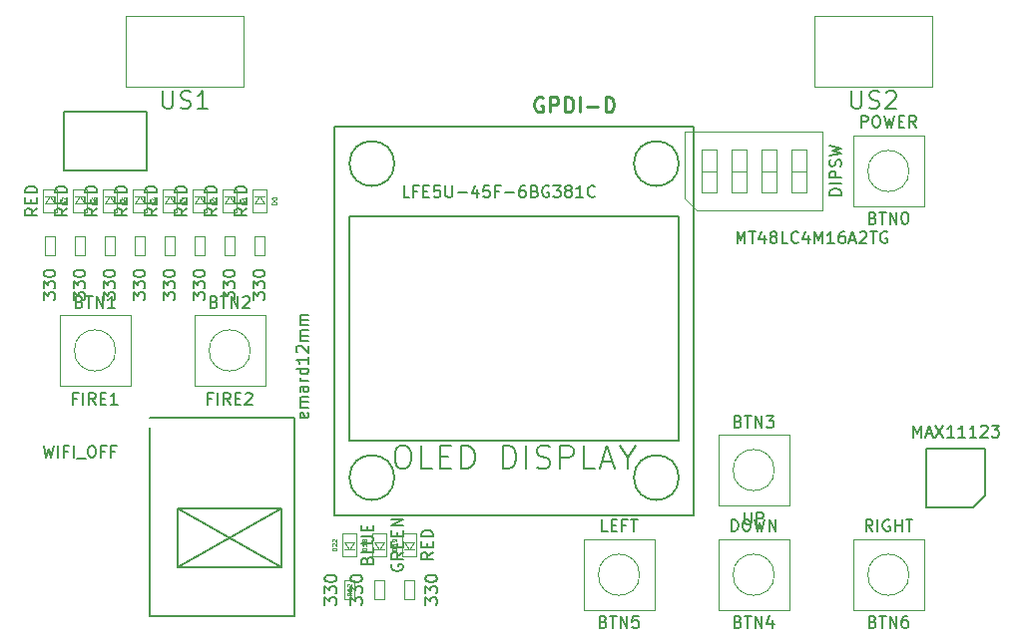
<source format=gbr>
G04 #@! TF.FileFunction,Other,Fab,Top*
%FSLAX46Y46*%
G04 Gerber Fmt 4.6, Leading zero omitted, Abs format (unit mm)*
G04 Created by KiCad (PCBNEW 4.0.7+dfsg1-1) date Sat Dec  9 02:02:02 2017*
%MOMM*%
%LPD*%
G01*
G04 APERTURE LIST*
%ADD10C,0.100000*%
%ADD11C,0.150000*%
%ADD12C,0.075000*%
%ADD13C,0.254000*%
G04 APERTURE END LIST*
D10*
X127990000Y-108880000D02*
X128790000Y-108880000D01*
X127990000Y-110480000D02*
X127990000Y-108880000D01*
X128790000Y-110480000D02*
X127990000Y-110480000D01*
X128790000Y-108880000D02*
X128790000Y-110480000D01*
X131330000Y-110480000D02*
X130530000Y-110480000D01*
X131330000Y-108880000D02*
X131330000Y-110480000D01*
X130530000Y-108880000D02*
X131330000Y-108880000D01*
X130530000Y-110480000D02*
X130530000Y-108880000D01*
X116880000Y-60925000D02*
X116880000Y-66925000D01*
X106880000Y-60925000D02*
X116880000Y-60925000D01*
X106880000Y-66925000D02*
X106880000Y-60925000D01*
X116880000Y-66925000D02*
X106880000Y-66925000D01*
X175300000Y-60925000D02*
X175300000Y-66925000D01*
X165300000Y-60925000D02*
X175300000Y-60925000D01*
X165300000Y-66925000D02*
X165300000Y-60925000D01*
X175300000Y-66925000D02*
X165300000Y-66925000D01*
X118630000Y-81270000D02*
X117830000Y-81270000D01*
X118630000Y-79670000D02*
X118630000Y-81270000D01*
X117830000Y-79670000D02*
X118630000Y-79670000D01*
X117830000Y-81270000D02*
X117830000Y-79670000D01*
X116090000Y-81270000D02*
X115290000Y-81270000D01*
X116090000Y-79670000D02*
X116090000Y-81270000D01*
X115290000Y-79670000D02*
X116090000Y-79670000D01*
X115290000Y-81270000D02*
X115290000Y-79670000D01*
X113550000Y-81270000D02*
X112750000Y-81270000D01*
X113550000Y-79670000D02*
X113550000Y-81270000D01*
X112750000Y-79670000D02*
X113550000Y-79670000D01*
X112750000Y-81270000D02*
X112750000Y-79670000D01*
X111010000Y-81270000D02*
X110210000Y-81270000D01*
X111010000Y-79670000D02*
X111010000Y-81270000D01*
X110210000Y-79670000D02*
X111010000Y-79670000D01*
X110210000Y-81270000D02*
X110210000Y-79670000D01*
X108470000Y-81270000D02*
X107670000Y-81270000D01*
X108470000Y-79670000D02*
X108470000Y-81270000D01*
X107670000Y-79670000D02*
X108470000Y-79670000D01*
X107670000Y-81270000D02*
X107670000Y-79670000D01*
X105930000Y-81270000D02*
X105130000Y-81270000D01*
X105930000Y-79670000D02*
X105930000Y-81270000D01*
X105130000Y-79670000D02*
X105930000Y-79670000D01*
X105130000Y-81270000D02*
X105130000Y-79670000D01*
X103390000Y-81270000D02*
X102590000Y-81270000D01*
X103390000Y-79670000D02*
X103390000Y-81270000D01*
X102590000Y-79670000D02*
X103390000Y-79670000D01*
X102590000Y-81270000D02*
X102590000Y-79670000D01*
X100850000Y-81270000D02*
X100050000Y-81270000D01*
X100850000Y-79670000D02*
X100850000Y-81270000D01*
X100050000Y-79670000D02*
X100850000Y-79670000D01*
X100050000Y-81270000D02*
X100050000Y-79670000D01*
D11*
X178785000Y-102655000D02*
X174785000Y-102655000D01*
X174785000Y-102655000D02*
X174785000Y-97655000D01*
X174785000Y-97655000D02*
X179785000Y-97655000D01*
X179785000Y-97655000D02*
X179785000Y-101655000D01*
X179785000Y-101655000D02*
X178785000Y-102655000D01*
X153790000Y-73485000D02*
G75*
G03X153790000Y-73485000I-1905000J0D01*
G01*
X129660000Y-73485000D02*
G75*
G03X129660000Y-73485000I-1905000J0D01*
G01*
X129660000Y-100155000D02*
G75*
G03X129660000Y-100155000I-1905000J0D01*
G01*
X153790000Y-100155000D02*
G75*
G03X153790000Y-100155000I-1905000J0D01*
G01*
X153790000Y-77930000D02*
X153790000Y-96980000D01*
X125850000Y-77930000D02*
X153790000Y-77930000D01*
X125850000Y-96980000D02*
X125850000Y-77930000D01*
X153790000Y-96980000D02*
X125850000Y-96980000D01*
X155060000Y-70310000D02*
X155060000Y-103330000D01*
X124580000Y-70310000D02*
X155060000Y-70310000D01*
X124580000Y-103330000D02*
X124580000Y-70310000D01*
X155060000Y-103330000D02*
X124580000Y-103330000D01*
D10*
X174570000Y-77120000D02*
X174570000Y-71120000D01*
X174570000Y-71120000D02*
X168570000Y-71120000D01*
X168570000Y-71120000D02*
X168570000Y-77120000D01*
X168570000Y-77120000D02*
X174570000Y-77120000D01*
X173320714Y-74120000D02*
G75*
G03X173320714Y-74120000I-1750714J0D01*
G01*
X101260000Y-86360000D02*
X101260000Y-92360000D01*
X101260000Y-92360000D02*
X107260000Y-92360000D01*
X107260000Y-92360000D02*
X107260000Y-86360000D01*
X107260000Y-86360000D02*
X101260000Y-86360000D01*
X106010714Y-89360000D02*
G75*
G03X106010714Y-89360000I-1750714J0D01*
G01*
X112690000Y-86360000D02*
X112690000Y-92360000D01*
X112690000Y-92360000D02*
X118690000Y-92360000D01*
X118690000Y-92360000D02*
X118690000Y-86360000D01*
X118690000Y-86360000D02*
X112690000Y-86360000D01*
X117440714Y-89360000D02*
G75*
G03X117440714Y-89360000I-1750714J0D01*
G01*
X157140000Y-96520000D02*
X157140000Y-102520000D01*
X157140000Y-102520000D02*
X163140000Y-102520000D01*
X163140000Y-102520000D02*
X163140000Y-96520000D01*
X163140000Y-96520000D02*
X157140000Y-96520000D01*
X161890714Y-99520000D02*
G75*
G03X161890714Y-99520000I-1750714J0D01*
G01*
X163140000Y-111410000D02*
X163140000Y-105410000D01*
X163140000Y-105410000D02*
X157140000Y-105410000D01*
X157140000Y-105410000D02*
X157140000Y-111410000D01*
X157140000Y-111410000D02*
X163140000Y-111410000D01*
X161890714Y-108410000D02*
G75*
G03X161890714Y-108410000I-1750714J0D01*
G01*
X151710000Y-111410000D02*
X151710000Y-105410000D01*
X151710000Y-105410000D02*
X145710000Y-105410000D01*
X145710000Y-105410000D02*
X145710000Y-111410000D01*
X145710000Y-111410000D02*
X151710000Y-111410000D01*
X150460714Y-108410000D02*
G75*
G03X150460714Y-108410000I-1750714J0D01*
G01*
X174570000Y-111410000D02*
X174570000Y-105410000D01*
X174570000Y-105410000D02*
X168570000Y-105410000D01*
X168570000Y-105410000D02*
X168570000Y-111410000D01*
X168570000Y-111410000D02*
X174570000Y-111410000D01*
X173320714Y-108410000D02*
G75*
G03X173320714Y-108410000I-1750714J0D01*
G01*
X154280000Y-76460000D02*
X154280000Y-70780000D01*
X154280000Y-70780000D02*
X166000000Y-70780000D01*
X166000000Y-70780000D02*
X166000000Y-77460000D01*
X166000000Y-77460000D02*
X155280000Y-77460000D01*
X155280000Y-77460000D02*
X154280000Y-76460000D01*
X155695000Y-75930000D02*
X156965000Y-75930000D01*
X156965000Y-75930000D02*
X156965000Y-72310000D01*
X156965000Y-72310000D02*
X155695000Y-72310000D01*
X155695000Y-72310000D02*
X155695000Y-75930000D01*
X155695000Y-74120000D02*
X156965000Y-74120000D01*
X158235000Y-75930000D02*
X159505000Y-75930000D01*
X159505000Y-75930000D02*
X159505000Y-72310000D01*
X159505000Y-72310000D02*
X158235000Y-72310000D01*
X158235000Y-72310000D02*
X158235000Y-75930000D01*
X158235000Y-74120000D02*
X159505000Y-74120000D01*
X160775000Y-75930000D02*
X162045000Y-75930000D01*
X162045000Y-75930000D02*
X162045000Y-72310000D01*
X162045000Y-72310000D02*
X160775000Y-72310000D01*
X160775000Y-72310000D02*
X160775000Y-75930000D01*
X160775000Y-74120000D02*
X162045000Y-74120000D01*
X163315000Y-75930000D02*
X164585000Y-75930000D01*
X164585000Y-75930000D02*
X164585000Y-72310000D01*
X164585000Y-72310000D02*
X163315000Y-72310000D01*
X163315000Y-72310000D02*
X163315000Y-75930000D01*
X163315000Y-74120000D02*
X164585000Y-74120000D01*
X125450000Y-106270000D02*
X126250000Y-106270000D01*
X125850000Y-106270000D02*
X125450000Y-105670000D01*
X126250000Y-105670000D02*
X125850000Y-106270000D01*
X125450000Y-105670000D02*
X126250000Y-105670000D01*
X126450000Y-104870000D02*
X126450000Y-106870000D01*
X125250000Y-104870000D02*
X126450000Y-104870000D01*
X125250000Y-106870000D02*
X125250000Y-104870000D01*
X126450000Y-106870000D02*
X125250000Y-106870000D01*
X125450000Y-108880000D02*
X126250000Y-108880000D01*
X125450000Y-110480000D02*
X125450000Y-108880000D01*
X126250000Y-110480000D02*
X125450000Y-110480000D01*
X126250000Y-108880000D02*
X126250000Y-110480000D01*
X127990000Y-106270000D02*
X128790000Y-106270000D01*
X128390000Y-106270000D02*
X127990000Y-105670000D01*
X128790000Y-105670000D02*
X128390000Y-106270000D01*
X127990000Y-105670000D02*
X128790000Y-105670000D01*
X128990000Y-104870000D02*
X128990000Y-106870000D01*
X127790000Y-104870000D02*
X128990000Y-104870000D01*
X127790000Y-106870000D02*
X127790000Y-104870000D01*
X128990000Y-106870000D02*
X127790000Y-106870000D01*
X118630000Y-76260000D02*
X117830000Y-76260000D01*
X118230000Y-76260000D02*
X118630000Y-76860000D01*
X117830000Y-76860000D02*
X118230000Y-76260000D01*
X118630000Y-76860000D02*
X117830000Y-76860000D01*
X117630000Y-77660000D02*
X117630000Y-75660000D01*
X118830000Y-77660000D02*
X117630000Y-77660000D01*
X118830000Y-75660000D02*
X118830000Y-77660000D01*
X117630000Y-75660000D02*
X118830000Y-75660000D01*
X116090000Y-76260000D02*
X115290000Y-76260000D01*
X115690000Y-76260000D02*
X116090000Y-76860000D01*
X115290000Y-76860000D02*
X115690000Y-76260000D01*
X116090000Y-76860000D02*
X115290000Y-76860000D01*
X115090000Y-77660000D02*
X115090000Y-75660000D01*
X116290000Y-77660000D02*
X115090000Y-77660000D01*
X116290000Y-75660000D02*
X116290000Y-77660000D01*
X115090000Y-75660000D02*
X116290000Y-75660000D01*
X113550000Y-76260000D02*
X112750000Y-76260000D01*
X113150000Y-76260000D02*
X113550000Y-76860000D01*
X112750000Y-76860000D02*
X113150000Y-76260000D01*
X113550000Y-76860000D02*
X112750000Y-76860000D01*
X112550000Y-77660000D02*
X112550000Y-75660000D01*
X113750000Y-77660000D02*
X112550000Y-77660000D01*
X113750000Y-75660000D02*
X113750000Y-77660000D01*
X112550000Y-75660000D02*
X113750000Y-75660000D01*
X111010000Y-76260000D02*
X110210000Y-76260000D01*
X110610000Y-76260000D02*
X111010000Y-76860000D01*
X110210000Y-76860000D02*
X110610000Y-76260000D01*
X111010000Y-76860000D02*
X110210000Y-76860000D01*
X110010000Y-77660000D02*
X110010000Y-75660000D01*
X111210000Y-77660000D02*
X110010000Y-77660000D01*
X111210000Y-75660000D02*
X111210000Y-77660000D01*
X110010000Y-75660000D02*
X111210000Y-75660000D01*
X108470000Y-76260000D02*
X107670000Y-76260000D01*
X108070000Y-76260000D02*
X108470000Y-76860000D01*
X107670000Y-76860000D02*
X108070000Y-76260000D01*
X108470000Y-76860000D02*
X107670000Y-76860000D01*
X107470000Y-77660000D02*
X107470000Y-75660000D01*
X108670000Y-77660000D02*
X107470000Y-77660000D01*
X108670000Y-75660000D02*
X108670000Y-77660000D01*
X107470000Y-75660000D02*
X108670000Y-75660000D01*
X105930000Y-76260000D02*
X105130000Y-76260000D01*
X105530000Y-76260000D02*
X105930000Y-76860000D01*
X105130000Y-76860000D02*
X105530000Y-76260000D01*
X105930000Y-76860000D02*
X105130000Y-76860000D01*
X104930000Y-77660000D02*
X104930000Y-75660000D01*
X106130000Y-77660000D02*
X104930000Y-77660000D01*
X106130000Y-75660000D02*
X106130000Y-77660000D01*
X104930000Y-75660000D02*
X106130000Y-75660000D01*
X103390000Y-76260000D02*
X102590000Y-76260000D01*
X102990000Y-76260000D02*
X103390000Y-76860000D01*
X102590000Y-76860000D02*
X102990000Y-76260000D01*
X103390000Y-76860000D02*
X102590000Y-76860000D01*
X102390000Y-77660000D02*
X102390000Y-75660000D01*
X103590000Y-77660000D02*
X102390000Y-77660000D01*
X103590000Y-75660000D02*
X103590000Y-77660000D01*
X102390000Y-75660000D02*
X103590000Y-75660000D01*
X100850000Y-76260000D02*
X100050000Y-76260000D01*
X100450000Y-76260000D02*
X100850000Y-76860000D01*
X100050000Y-76860000D02*
X100450000Y-76260000D01*
X100850000Y-76860000D02*
X100050000Y-76860000D01*
X99850000Y-77660000D02*
X99850000Y-75660000D01*
X101050000Y-77660000D02*
X99850000Y-77660000D01*
X101050000Y-75660000D02*
X101050000Y-77660000D01*
X99850000Y-75660000D02*
X101050000Y-75660000D01*
X130530000Y-106270000D02*
X131330000Y-106270000D01*
X130930000Y-106270000D02*
X130530000Y-105670000D01*
X131330000Y-105670000D02*
X130930000Y-106270000D01*
X130530000Y-105670000D02*
X131330000Y-105670000D01*
X131530000Y-104870000D02*
X131530000Y-106870000D01*
X130330000Y-104870000D02*
X131530000Y-104870000D01*
X130330000Y-106870000D02*
X130330000Y-104870000D01*
X131530000Y-106870000D02*
X130330000Y-106870000D01*
D11*
X120050000Y-102800000D02*
X111250000Y-107750000D01*
X120050000Y-107750000D02*
X111250000Y-102800000D01*
X120050000Y-102800000D02*
X120050000Y-107750000D01*
X111250000Y-102800000D02*
X111250000Y-107750000D01*
X111250000Y-107750000D02*
X120050000Y-107750000D01*
X120050000Y-102800000D02*
X111250000Y-102800000D01*
X121200000Y-95100000D02*
X108900000Y-95100000D01*
X121200000Y-111900000D02*
X121200000Y-95100000D01*
X108900000Y-111900000D02*
X121200000Y-111900000D01*
X108900000Y-95950000D02*
X108900000Y-111900000D01*
X108624000Y-69080000D02*
X108624000Y-74080000D01*
X101624000Y-69080000D02*
X108624000Y-69080000D01*
X101624000Y-74080000D02*
X101624000Y-69080000D01*
X108624000Y-74080000D02*
X101624000Y-74080000D01*
X99894762Y-97448381D02*
X100132857Y-98448381D01*
X100323334Y-97734095D01*
X100513810Y-98448381D01*
X100751905Y-97448381D01*
X101132857Y-98448381D02*
X101132857Y-97448381D01*
X101942381Y-97924571D02*
X101609047Y-97924571D01*
X101609047Y-98448381D02*
X101609047Y-97448381D01*
X102085238Y-97448381D01*
X102466190Y-98448381D02*
X102466190Y-97448381D01*
X102704285Y-98543619D02*
X103466190Y-98543619D01*
X103894761Y-97448381D02*
X104085238Y-97448381D01*
X104180476Y-97496000D01*
X104275714Y-97591238D01*
X104323333Y-97781714D01*
X104323333Y-98115048D01*
X104275714Y-98305524D01*
X104180476Y-98400762D01*
X104085238Y-98448381D01*
X103894761Y-98448381D01*
X103799523Y-98400762D01*
X103704285Y-98305524D01*
X103656666Y-98115048D01*
X103656666Y-97781714D01*
X103704285Y-97591238D01*
X103799523Y-97496000D01*
X103894761Y-97448381D01*
X105085238Y-97924571D02*
X104751904Y-97924571D01*
X104751904Y-98448381D02*
X104751904Y-97448381D01*
X105228095Y-97448381D01*
X105942381Y-97924571D02*
X105609047Y-97924571D01*
X105609047Y-98448381D02*
X105609047Y-97448381D01*
X106085238Y-97448381D01*
X125942381Y-110965714D02*
X125942381Y-110346666D01*
X126323333Y-110680000D01*
X126323333Y-110537142D01*
X126370952Y-110441904D01*
X126418571Y-110394285D01*
X126513810Y-110346666D01*
X126751905Y-110346666D01*
X126847143Y-110394285D01*
X126894762Y-110441904D01*
X126942381Y-110537142D01*
X126942381Y-110822857D01*
X126894762Y-110918095D01*
X126847143Y-110965714D01*
X125942381Y-110013333D02*
X125942381Y-109394285D01*
X126323333Y-109727619D01*
X126323333Y-109584761D01*
X126370952Y-109489523D01*
X126418571Y-109441904D01*
X126513810Y-109394285D01*
X126751905Y-109394285D01*
X126847143Y-109441904D01*
X126894762Y-109489523D01*
X126942381Y-109584761D01*
X126942381Y-109870476D01*
X126894762Y-109965714D01*
X126847143Y-110013333D01*
X125942381Y-108775238D02*
X125942381Y-108679999D01*
X125990000Y-108584761D01*
X126037619Y-108537142D01*
X126132857Y-108489523D01*
X126323333Y-108441904D01*
X126561429Y-108441904D01*
X126751905Y-108489523D01*
X126847143Y-108537142D01*
X126894762Y-108584761D01*
X126942381Y-108679999D01*
X126942381Y-108775238D01*
X126894762Y-108870476D01*
X126847143Y-108918095D01*
X126751905Y-108965714D01*
X126561429Y-109013333D01*
X126323333Y-109013333D01*
X126132857Y-108965714D01*
X126037619Y-108918095D01*
X125990000Y-108870476D01*
X125942381Y-108775238D01*
X132282381Y-110965714D02*
X132282381Y-110346666D01*
X132663333Y-110680000D01*
X132663333Y-110537142D01*
X132710952Y-110441904D01*
X132758571Y-110394285D01*
X132853810Y-110346666D01*
X133091905Y-110346666D01*
X133187143Y-110394285D01*
X133234762Y-110441904D01*
X133282381Y-110537142D01*
X133282381Y-110822857D01*
X133234762Y-110918095D01*
X133187143Y-110965714D01*
X132282381Y-110013333D02*
X132282381Y-109394285D01*
X132663333Y-109727619D01*
X132663333Y-109584761D01*
X132710952Y-109489523D01*
X132758571Y-109441904D01*
X132853810Y-109394285D01*
X133091905Y-109394285D01*
X133187143Y-109441904D01*
X133234762Y-109489523D01*
X133282381Y-109584761D01*
X133282381Y-109870476D01*
X133234762Y-109965714D01*
X133187143Y-110013333D01*
X132282381Y-108775238D02*
X132282381Y-108679999D01*
X132330000Y-108584761D01*
X132377619Y-108537142D01*
X132472857Y-108489523D01*
X132663333Y-108441904D01*
X132901429Y-108441904D01*
X133091905Y-108489523D01*
X133187143Y-108537142D01*
X133234762Y-108584761D01*
X133282381Y-108679999D01*
X133282381Y-108775238D01*
X133234762Y-108870476D01*
X133187143Y-108918095D01*
X133091905Y-108965714D01*
X132901429Y-109013333D01*
X132663333Y-109013333D01*
X132472857Y-108965714D01*
X132377619Y-108918095D01*
X132330000Y-108870476D01*
X132282381Y-108775238D01*
X110022858Y-67329571D02*
X110022858Y-68543857D01*
X110094286Y-68686714D01*
X110165715Y-68758143D01*
X110308572Y-68829571D01*
X110594286Y-68829571D01*
X110737144Y-68758143D01*
X110808572Y-68686714D01*
X110880001Y-68543857D01*
X110880001Y-67329571D01*
X111522858Y-68758143D02*
X111737144Y-68829571D01*
X112094287Y-68829571D01*
X112237144Y-68758143D01*
X112308573Y-68686714D01*
X112380001Y-68543857D01*
X112380001Y-68401000D01*
X112308573Y-68258143D01*
X112237144Y-68186714D01*
X112094287Y-68115286D01*
X111808573Y-68043857D01*
X111665715Y-67972429D01*
X111594287Y-67901000D01*
X111522858Y-67758143D01*
X111522858Y-67615286D01*
X111594287Y-67472429D01*
X111665715Y-67401000D01*
X111808573Y-67329571D01*
X112165715Y-67329571D01*
X112380001Y-67401000D01*
X113808572Y-68829571D02*
X112951429Y-68829571D01*
X113380001Y-68829571D02*
X113380001Y-67329571D01*
X113237144Y-67543857D01*
X113094286Y-67686714D01*
X112951429Y-67758143D01*
X168442858Y-67329571D02*
X168442858Y-68543857D01*
X168514286Y-68686714D01*
X168585715Y-68758143D01*
X168728572Y-68829571D01*
X169014286Y-68829571D01*
X169157144Y-68758143D01*
X169228572Y-68686714D01*
X169300001Y-68543857D01*
X169300001Y-67329571D01*
X169942858Y-68758143D02*
X170157144Y-68829571D01*
X170514287Y-68829571D01*
X170657144Y-68758143D01*
X170728573Y-68686714D01*
X170800001Y-68543857D01*
X170800001Y-68401000D01*
X170728573Y-68258143D01*
X170657144Y-68186714D01*
X170514287Y-68115286D01*
X170228573Y-68043857D01*
X170085715Y-67972429D01*
X170014287Y-67901000D01*
X169942858Y-67758143D01*
X169942858Y-67615286D01*
X170014287Y-67472429D01*
X170085715Y-67401000D01*
X170228573Y-67329571D01*
X170585715Y-67329571D01*
X170800001Y-67401000D01*
X171371429Y-67472429D02*
X171442858Y-67401000D01*
X171585715Y-67329571D01*
X171942858Y-67329571D01*
X172085715Y-67401000D01*
X172157144Y-67472429D01*
X172228572Y-67615286D01*
X172228572Y-67758143D01*
X172157144Y-67972429D01*
X171300001Y-68829571D01*
X172228572Y-68829571D01*
X117682381Y-85057714D02*
X117682381Y-84438666D01*
X118063333Y-84772000D01*
X118063333Y-84629142D01*
X118110952Y-84533904D01*
X118158571Y-84486285D01*
X118253810Y-84438666D01*
X118491905Y-84438666D01*
X118587143Y-84486285D01*
X118634762Y-84533904D01*
X118682381Y-84629142D01*
X118682381Y-84914857D01*
X118634762Y-85010095D01*
X118587143Y-85057714D01*
X117682381Y-84105333D02*
X117682381Y-83486285D01*
X118063333Y-83819619D01*
X118063333Y-83676761D01*
X118110952Y-83581523D01*
X118158571Y-83533904D01*
X118253810Y-83486285D01*
X118491905Y-83486285D01*
X118587143Y-83533904D01*
X118634762Y-83581523D01*
X118682381Y-83676761D01*
X118682381Y-83962476D01*
X118634762Y-84057714D01*
X118587143Y-84105333D01*
X117682381Y-82867238D02*
X117682381Y-82771999D01*
X117730000Y-82676761D01*
X117777619Y-82629142D01*
X117872857Y-82581523D01*
X118063333Y-82533904D01*
X118301429Y-82533904D01*
X118491905Y-82581523D01*
X118587143Y-82629142D01*
X118634762Y-82676761D01*
X118682381Y-82771999D01*
X118682381Y-82867238D01*
X118634762Y-82962476D01*
X118587143Y-83010095D01*
X118491905Y-83057714D01*
X118301429Y-83105333D01*
X118063333Y-83105333D01*
X117872857Y-83057714D01*
X117777619Y-83010095D01*
X117730000Y-82962476D01*
X117682381Y-82867238D01*
X115142381Y-85057714D02*
X115142381Y-84438666D01*
X115523333Y-84772000D01*
X115523333Y-84629142D01*
X115570952Y-84533904D01*
X115618571Y-84486285D01*
X115713810Y-84438666D01*
X115951905Y-84438666D01*
X116047143Y-84486285D01*
X116094762Y-84533904D01*
X116142381Y-84629142D01*
X116142381Y-84914857D01*
X116094762Y-85010095D01*
X116047143Y-85057714D01*
X115142381Y-84105333D02*
X115142381Y-83486285D01*
X115523333Y-83819619D01*
X115523333Y-83676761D01*
X115570952Y-83581523D01*
X115618571Y-83533904D01*
X115713810Y-83486285D01*
X115951905Y-83486285D01*
X116047143Y-83533904D01*
X116094762Y-83581523D01*
X116142381Y-83676761D01*
X116142381Y-83962476D01*
X116094762Y-84057714D01*
X116047143Y-84105333D01*
X115142381Y-82867238D02*
X115142381Y-82771999D01*
X115190000Y-82676761D01*
X115237619Y-82629142D01*
X115332857Y-82581523D01*
X115523333Y-82533904D01*
X115761429Y-82533904D01*
X115951905Y-82581523D01*
X116047143Y-82629142D01*
X116094762Y-82676761D01*
X116142381Y-82771999D01*
X116142381Y-82867238D01*
X116094762Y-82962476D01*
X116047143Y-83010095D01*
X115951905Y-83057714D01*
X115761429Y-83105333D01*
X115523333Y-83105333D01*
X115332857Y-83057714D01*
X115237619Y-83010095D01*
X115190000Y-82962476D01*
X115142381Y-82867238D01*
X112602381Y-85057714D02*
X112602381Y-84438666D01*
X112983333Y-84772000D01*
X112983333Y-84629142D01*
X113030952Y-84533904D01*
X113078571Y-84486285D01*
X113173810Y-84438666D01*
X113411905Y-84438666D01*
X113507143Y-84486285D01*
X113554762Y-84533904D01*
X113602381Y-84629142D01*
X113602381Y-84914857D01*
X113554762Y-85010095D01*
X113507143Y-85057714D01*
X112602381Y-84105333D02*
X112602381Y-83486285D01*
X112983333Y-83819619D01*
X112983333Y-83676761D01*
X113030952Y-83581523D01*
X113078571Y-83533904D01*
X113173810Y-83486285D01*
X113411905Y-83486285D01*
X113507143Y-83533904D01*
X113554762Y-83581523D01*
X113602381Y-83676761D01*
X113602381Y-83962476D01*
X113554762Y-84057714D01*
X113507143Y-84105333D01*
X112602381Y-82867238D02*
X112602381Y-82771999D01*
X112650000Y-82676761D01*
X112697619Y-82629142D01*
X112792857Y-82581523D01*
X112983333Y-82533904D01*
X113221429Y-82533904D01*
X113411905Y-82581523D01*
X113507143Y-82629142D01*
X113554762Y-82676761D01*
X113602381Y-82771999D01*
X113602381Y-82867238D01*
X113554762Y-82962476D01*
X113507143Y-83010095D01*
X113411905Y-83057714D01*
X113221429Y-83105333D01*
X112983333Y-83105333D01*
X112792857Y-83057714D01*
X112697619Y-83010095D01*
X112650000Y-82962476D01*
X112602381Y-82867238D01*
X110062381Y-85057714D02*
X110062381Y-84438666D01*
X110443333Y-84772000D01*
X110443333Y-84629142D01*
X110490952Y-84533904D01*
X110538571Y-84486285D01*
X110633810Y-84438666D01*
X110871905Y-84438666D01*
X110967143Y-84486285D01*
X111014762Y-84533904D01*
X111062381Y-84629142D01*
X111062381Y-84914857D01*
X111014762Y-85010095D01*
X110967143Y-85057714D01*
X110062381Y-84105333D02*
X110062381Y-83486285D01*
X110443333Y-83819619D01*
X110443333Y-83676761D01*
X110490952Y-83581523D01*
X110538571Y-83533904D01*
X110633810Y-83486285D01*
X110871905Y-83486285D01*
X110967143Y-83533904D01*
X111014762Y-83581523D01*
X111062381Y-83676761D01*
X111062381Y-83962476D01*
X111014762Y-84057714D01*
X110967143Y-84105333D01*
X110062381Y-82867238D02*
X110062381Y-82771999D01*
X110110000Y-82676761D01*
X110157619Y-82629142D01*
X110252857Y-82581523D01*
X110443333Y-82533904D01*
X110681429Y-82533904D01*
X110871905Y-82581523D01*
X110967143Y-82629142D01*
X111014762Y-82676761D01*
X111062381Y-82771999D01*
X111062381Y-82867238D01*
X111014762Y-82962476D01*
X110967143Y-83010095D01*
X110871905Y-83057714D01*
X110681429Y-83105333D01*
X110443333Y-83105333D01*
X110252857Y-83057714D01*
X110157619Y-83010095D01*
X110110000Y-82962476D01*
X110062381Y-82867238D01*
X107522381Y-85057714D02*
X107522381Y-84438666D01*
X107903333Y-84772000D01*
X107903333Y-84629142D01*
X107950952Y-84533904D01*
X107998571Y-84486285D01*
X108093810Y-84438666D01*
X108331905Y-84438666D01*
X108427143Y-84486285D01*
X108474762Y-84533904D01*
X108522381Y-84629142D01*
X108522381Y-84914857D01*
X108474762Y-85010095D01*
X108427143Y-85057714D01*
X107522381Y-84105333D02*
X107522381Y-83486285D01*
X107903333Y-83819619D01*
X107903333Y-83676761D01*
X107950952Y-83581523D01*
X107998571Y-83533904D01*
X108093810Y-83486285D01*
X108331905Y-83486285D01*
X108427143Y-83533904D01*
X108474762Y-83581523D01*
X108522381Y-83676761D01*
X108522381Y-83962476D01*
X108474762Y-84057714D01*
X108427143Y-84105333D01*
X107522381Y-82867238D02*
X107522381Y-82771999D01*
X107570000Y-82676761D01*
X107617619Y-82629142D01*
X107712857Y-82581523D01*
X107903333Y-82533904D01*
X108141429Y-82533904D01*
X108331905Y-82581523D01*
X108427143Y-82629142D01*
X108474762Y-82676761D01*
X108522381Y-82771999D01*
X108522381Y-82867238D01*
X108474762Y-82962476D01*
X108427143Y-83010095D01*
X108331905Y-83057714D01*
X108141429Y-83105333D01*
X107903333Y-83105333D01*
X107712857Y-83057714D01*
X107617619Y-83010095D01*
X107570000Y-82962476D01*
X107522381Y-82867238D01*
X104982381Y-85057714D02*
X104982381Y-84438666D01*
X105363333Y-84772000D01*
X105363333Y-84629142D01*
X105410952Y-84533904D01*
X105458571Y-84486285D01*
X105553810Y-84438666D01*
X105791905Y-84438666D01*
X105887143Y-84486285D01*
X105934762Y-84533904D01*
X105982381Y-84629142D01*
X105982381Y-84914857D01*
X105934762Y-85010095D01*
X105887143Y-85057714D01*
X104982381Y-84105333D02*
X104982381Y-83486285D01*
X105363333Y-83819619D01*
X105363333Y-83676761D01*
X105410952Y-83581523D01*
X105458571Y-83533904D01*
X105553810Y-83486285D01*
X105791905Y-83486285D01*
X105887143Y-83533904D01*
X105934762Y-83581523D01*
X105982381Y-83676761D01*
X105982381Y-83962476D01*
X105934762Y-84057714D01*
X105887143Y-84105333D01*
X104982381Y-82867238D02*
X104982381Y-82771999D01*
X105030000Y-82676761D01*
X105077619Y-82629142D01*
X105172857Y-82581523D01*
X105363333Y-82533904D01*
X105601429Y-82533904D01*
X105791905Y-82581523D01*
X105887143Y-82629142D01*
X105934762Y-82676761D01*
X105982381Y-82771999D01*
X105982381Y-82867238D01*
X105934762Y-82962476D01*
X105887143Y-83010095D01*
X105791905Y-83057714D01*
X105601429Y-83105333D01*
X105363333Y-83105333D01*
X105172857Y-83057714D01*
X105077619Y-83010095D01*
X105030000Y-82962476D01*
X104982381Y-82867238D01*
X102442381Y-85057714D02*
X102442381Y-84438666D01*
X102823333Y-84772000D01*
X102823333Y-84629142D01*
X102870952Y-84533904D01*
X102918571Y-84486285D01*
X103013810Y-84438666D01*
X103251905Y-84438666D01*
X103347143Y-84486285D01*
X103394762Y-84533904D01*
X103442381Y-84629142D01*
X103442381Y-84914857D01*
X103394762Y-85010095D01*
X103347143Y-85057714D01*
X102442381Y-84105333D02*
X102442381Y-83486285D01*
X102823333Y-83819619D01*
X102823333Y-83676761D01*
X102870952Y-83581523D01*
X102918571Y-83533904D01*
X103013810Y-83486285D01*
X103251905Y-83486285D01*
X103347143Y-83533904D01*
X103394762Y-83581523D01*
X103442381Y-83676761D01*
X103442381Y-83962476D01*
X103394762Y-84057714D01*
X103347143Y-84105333D01*
X102442381Y-82867238D02*
X102442381Y-82771999D01*
X102490000Y-82676761D01*
X102537619Y-82629142D01*
X102632857Y-82581523D01*
X102823333Y-82533904D01*
X103061429Y-82533904D01*
X103251905Y-82581523D01*
X103347143Y-82629142D01*
X103394762Y-82676761D01*
X103442381Y-82771999D01*
X103442381Y-82867238D01*
X103394762Y-82962476D01*
X103347143Y-83010095D01*
X103251905Y-83057714D01*
X103061429Y-83105333D01*
X102823333Y-83105333D01*
X102632857Y-83057714D01*
X102537619Y-83010095D01*
X102490000Y-82962476D01*
X102442381Y-82867238D01*
X99902381Y-85057714D02*
X99902381Y-84438666D01*
X100283333Y-84772000D01*
X100283333Y-84629142D01*
X100330952Y-84533904D01*
X100378571Y-84486285D01*
X100473810Y-84438666D01*
X100711905Y-84438666D01*
X100807143Y-84486285D01*
X100854762Y-84533904D01*
X100902381Y-84629142D01*
X100902381Y-84914857D01*
X100854762Y-85010095D01*
X100807143Y-85057714D01*
X99902381Y-84105333D02*
X99902381Y-83486285D01*
X100283333Y-83819619D01*
X100283333Y-83676761D01*
X100330952Y-83581523D01*
X100378571Y-83533904D01*
X100473810Y-83486285D01*
X100711905Y-83486285D01*
X100807143Y-83533904D01*
X100854762Y-83581523D01*
X100902381Y-83676761D01*
X100902381Y-83962476D01*
X100854762Y-84057714D01*
X100807143Y-84105333D01*
X99902381Y-82867238D02*
X99902381Y-82771999D01*
X99950000Y-82676761D01*
X99997619Y-82629142D01*
X100092857Y-82581523D01*
X100283333Y-82533904D01*
X100521429Y-82533904D01*
X100711905Y-82581523D01*
X100807143Y-82629142D01*
X100854762Y-82676761D01*
X100902381Y-82771999D01*
X100902381Y-82867238D01*
X100854762Y-82962476D01*
X100807143Y-83010095D01*
X100711905Y-83057714D01*
X100521429Y-83105333D01*
X100283333Y-83105333D01*
X100092857Y-83057714D01*
X99997619Y-83010095D01*
X99950000Y-82962476D01*
X99902381Y-82867238D01*
X173665952Y-96732381D02*
X173665952Y-95732381D01*
X173999286Y-96446667D01*
X174332619Y-95732381D01*
X174332619Y-96732381D01*
X174761190Y-96446667D02*
X175237381Y-96446667D01*
X174665952Y-96732381D02*
X174999285Y-95732381D01*
X175332619Y-96732381D01*
X175570714Y-95732381D02*
X176237381Y-96732381D01*
X176237381Y-95732381D02*
X175570714Y-96732381D01*
X177142143Y-96732381D02*
X176570714Y-96732381D01*
X176856428Y-96732381D02*
X176856428Y-95732381D01*
X176761190Y-95875238D01*
X176665952Y-95970476D01*
X176570714Y-96018095D01*
X178094524Y-96732381D02*
X177523095Y-96732381D01*
X177808809Y-96732381D02*
X177808809Y-95732381D01*
X177713571Y-95875238D01*
X177618333Y-95970476D01*
X177523095Y-96018095D01*
X179046905Y-96732381D02*
X178475476Y-96732381D01*
X178761190Y-96732381D02*
X178761190Y-95732381D01*
X178665952Y-95875238D01*
X178570714Y-95970476D01*
X178475476Y-96018095D01*
X179427857Y-95827619D02*
X179475476Y-95780000D01*
X179570714Y-95732381D01*
X179808810Y-95732381D01*
X179904048Y-95780000D01*
X179951667Y-95827619D01*
X179999286Y-95922857D01*
X179999286Y-96018095D01*
X179951667Y-96160952D01*
X179380238Y-96732381D01*
X179999286Y-96732381D01*
X180332619Y-95732381D02*
X180951667Y-95732381D01*
X180618333Y-96113333D01*
X180761191Y-96113333D01*
X180856429Y-96160952D01*
X180904048Y-96208571D01*
X180951667Y-96303810D01*
X180951667Y-96541905D01*
X180904048Y-96637143D01*
X180856429Y-96684762D01*
X180761191Y-96732381D01*
X180475476Y-96732381D01*
X180380238Y-96684762D01*
X180332619Y-96637143D01*
X130200952Y-97408762D02*
X130581904Y-97408762D01*
X130772380Y-97504000D01*
X130962857Y-97694476D01*
X131058095Y-98075429D01*
X131058095Y-98742095D01*
X130962857Y-99123048D01*
X130772380Y-99313524D01*
X130581904Y-99408762D01*
X130200952Y-99408762D01*
X130010476Y-99313524D01*
X129819999Y-99123048D01*
X129724761Y-98742095D01*
X129724761Y-98075429D01*
X129819999Y-97694476D01*
X130010476Y-97504000D01*
X130200952Y-97408762D01*
X132867618Y-99408762D02*
X131915237Y-99408762D01*
X131915237Y-97408762D01*
X133534285Y-98361143D02*
X134200952Y-98361143D01*
X134486666Y-99408762D02*
X133534285Y-99408762D01*
X133534285Y-97408762D01*
X134486666Y-97408762D01*
X135343809Y-99408762D02*
X135343809Y-97408762D01*
X135820000Y-97408762D01*
X136105714Y-97504000D01*
X136296190Y-97694476D01*
X136391429Y-97884952D01*
X136486667Y-98265905D01*
X136486667Y-98551619D01*
X136391429Y-98932571D01*
X136296190Y-99123048D01*
X136105714Y-99313524D01*
X135820000Y-99408762D01*
X135343809Y-99408762D01*
X138867619Y-99408762D02*
X138867619Y-97408762D01*
X139343810Y-97408762D01*
X139629524Y-97504000D01*
X139820000Y-97694476D01*
X139915239Y-97884952D01*
X140010477Y-98265905D01*
X140010477Y-98551619D01*
X139915239Y-98932571D01*
X139820000Y-99123048D01*
X139629524Y-99313524D01*
X139343810Y-99408762D01*
X138867619Y-99408762D01*
X140867619Y-99408762D02*
X140867619Y-97408762D01*
X141724762Y-99313524D02*
X142010477Y-99408762D01*
X142486667Y-99408762D01*
X142677143Y-99313524D01*
X142772381Y-99218286D01*
X142867620Y-99027810D01*
X142867620Y-98837333D01*
X142772381Y-98646857D01*
X142677143Y-98551619D01*
X142486667Y-98456381D01*
X142105715Y-98361143D01*
X141915239Y-98265905D01*
X141820000Y-98170667D01*
X141724762Y-97980190D01*
X141724762Y-97789714D01*
X141820000Y-97599238D01*
X141915239Y-97504000D01*
X142105715Y-97408762D01*
X142581905Y-97408762D01*
X142867620Y-97504000D01*
X143724762Y-99408762D02*
X143724762Y-97408762D01*
X144486667Y-97408762D01*
X144677143Y-97504000D01*
X144772382Y-97599238D01*
X144867620Y-97789714D01*
X144867620Y-98075429D01*
X144772382Y-98265905D01*
X144677143Y-98361143D01*
X144486667Y-98456381D01*
X143724762Y-98456381D01*
X146677143Y-99408762D02*
X145724762Y-99408762D01*
X145724762Y-97408762D01*
X147248572Y-98837333D02*
X148200953Y-98837333D01*
X147058096Y-99408762D02*
X147724763Y-97408762D01*
X148391430Y-99408762D01*
X149439049Y-98456381D02*
X149439049Y-99408762D01*
X148772382Y-97408762D02*
X149439049Y-98456381D01*
X150105716Y-97408762D01*
X169260476Y-70422381D02*
X169260476Y-69422381D01*
X169641429Y-69422381D01*
X169736667Y-69470000D01*
X169784286Y-69517619D01*
X169831905Y-69612857D01*
X169831905Y-69755714D01*
X169784286Y-69850952D01*
X169736667Y-69898571D01*
X169641429Y-69946190D01*
X169260476Y-69946190D01*
X170450952Y-69422381D02*
X170641429Y-69422381D01*
X170736667Y-69470000D01*
X170831905Y-69565238D01*
X170879524Y-69755714D01*
X170879524Y-70089048D01*
X170831905Y-70279524D01*
X170736667Y-70374762D01*
X170641429Y-70422381D01*
X170450952Y-70422381D01*
X170355714Y-70374762D01*
X170260476Y-70279524D01*
X170212857Y-70089048D01*
X170212857Y-69755714D01*
X170260476Y-69565238D01*
X170355714Y-69470000D01*
X170450952Y-69422381D01*
X171212857Y-69422381D02*
X171450952Y-70422381D01*
X171641429Y-69708095D01*
X171831905Y-70422381D01*
X172070000Y-69422381D01*
X172450952Y-69898571D02*
X172784286Y-69898571D01*
X172927143Y-70422381D02*
X172450952Y-70422381D01*
X172450952Y-69422381D01*
X172927143Y-69422381D01*
X173927143Y-70422381D02*
X173593809Y-69946190D01*
X173355714Y-70422381D02*
X173355714Y-69422381D01*
X173736667Y-69422381D01*
X173831905Y-69470000D01*
X173879524Y-69517619D01*
X173927143Y-69612857D01*
X173927143Y-69755714D01*
X173879524Y-69850952D01*
X173831905Y-69898571D01*
X173736667Y-69946190D01*
X173355714Y-69946190D01*
X170260477Y-78098571D02*
X170403334Y-78146190D01*
X170450953Y-78193810D01*
X170498572Y-78289048D01*
X170498572Y-78431905D01*
X170450953Y-78527143D01*
X170403334Y-78574762D01*
X170308096Y-78622381D01*
X169927143Y-78622381D01*
X169927143Y-77622381D01*
X170260477Y-77622381D01*
X170355715Y-77670000D01*
X170403334Y-77717619D01*
X170450953Y-77812857D01*
X170450953Y-77908095D01*
X170403334Y-78003333D01*
X170355715Y-78050952D01*
X170260477Y-78098571D01*
X169927143Y-78098571D01*
X170784286Y-77622381D02*
X171355715Y-77622381D01*
X171070000Y-78622381D02*
X171070000Y-77622381D01*
X171689048Y-78622381D02*
X171689048Y-77622381D01*
X172260477Y-78622381D01*
X172260477Y-77622381D01*
X172927143Y-77622381D02*
X173022382Y-77622381D01*
X173117620Y-77670000D01*
X173165239Y-77717619D01*
X173212858Y-77812857D01*
X173260477Y-78003333D01*
X173260477Y-78241429D01*
X173212858Y-78431905D01*
X173165239Y-78527143D01*
X173117620Y-78574762D01*
X173022382Y-78622381D01*
X172927143Y-78622381D01*
X172831905Y-78574762D01*
X172784286Y-78527143D01*
X172736667Y-78431905D01*
X172689048Y-78241429D01*
X172689048Y-78003333D01*
X172736667Y-77812857D01*
X172784286Y-77717619D01*
X172831905Y-77670000D01*
X172927143Y-77622381D01*
X102736191Y-93438571D02*
X102402857Y-93438571D01*
X102402857Y-93962381D02*
X102402857Y-92962381D01*
X102879048Y-92962381D01*
X103260000Y-93962381D02*
X103260000Y-92962381D01*
X104307619Y-93962381D02*
X103974285Y-93486190D01*
X103736190Y-93962381D02*
X103736190Y-92962381D01*
X104117143Y-92962381D01*
X104212381Y-93010000D01*
X104260000Y-93057619D01*
X104307619Y-93152857D01*
X104307619Y-93295714D01*
X104260000Y-93390952D01*
X104212381Y-93438571D01*
X104117143Y-93486190D01*
X103736190Y-93486190D01*
X104736190Y-93438571D02*
X105069524Y-93438571D01*
X105212381Y-93962381D02*
X104736190Y-93962381D01*
X104736190Y-92962381D01*
X105212381Y-92962381D01*
X106164762Y-93962381D02*
X105593333Y-93962381D01*
X105879047Y-93962381D02*
X105879047Y-92962381D01*
X105783809Y-93105238D01*
X105688571Y-93200476D01*
X105593333Y-93248095D01*
X102950477Y-85238571D02*
X103093334Y-85286190D01*
X103140953Y-85333810D01*
X103188572Y-85429048D01*
X103188572Y-85571905D01*
X103140953Y-85667143D01*
X103093334Y-85714762D01*
X102998096Y-85762381D01*
X102617143Y-85762381D01*
X102617143Y-84762381D01*
X102950477Y-84762381D01*
X103045715Y-84810000D01*
X103093334Y-84857619D01*
X103140953Y-84952857D01*
X103140953Y-85048095D01*
X103093334Y-85143333D01*
X103045715Y-85190952D01*
X102950477Y-85238571D01*
X102617143Y-85238571D01*
X103474286Y-84762381D02*
X104045715Y-84762381D01*
X103760000Y-85762381D02*
X103760000Y-84762381D01*
X104379048Y-85762381D02*
X104379048Y-84762381D01*
X104950477Y-85762381D01*
X104950477Y-84762381D01*
X105950477Y-85762381D02*
X105379048Y-85762381D01*
X105664762Y-85762381D02*
X105664762Y-84762381D01*
X105569524Y-84905238D01*
X105474286Y-85000476D01*
X105379048Y-85048095D01*
X114166191Y-93438571D02*
X113832857Y-93438571D01*
X113832857Y-93962381D02*
X113832857Y-92962381D01*
X114309048Y-92962381D01*
X114690000Y-93962381D02*
X114690000Y-92962381D01*
X115737619Y-93962381D02*
X115404285Y-93486190D01*
X115166190Y-93962381D02*
X115166190Y-92962381D01*
X115547143Y-92962381D01*
X115642381Y-93010000D01*
X115690000Y-93057619D01*
X115737619Y-93152857D01*
X115737619Y-93295714D01*
X115690000Y-93390952D01*
X115642381Y-93438571D01*
X115547143Y-93486190D01*
X115166190Y-93486190D01*
X116166190Y-93438571D02*
X116499524Y-93438571D01*
X116642381Y-93962381D02*
X116166190Y-93962381D01*
X116166190Y-92962381D01*
X116642381Y-92962381D01*
X117023333Y-93057619D02*
X117070952Y-93010000D01*
X117166190Y-92962381D01*
X117404286Y-92962381D01*
X117499524Y-93010000D01*
X117547143Y-93057619D01*
X117594762Y-93152857D01*
X117594762Y-93248095D01*
X117547143Y-93390952D01*
X116975714Y-93962381D01*
X117594762Y-93962381D01*
X114380477Y-85238571D02*
X114523334Y-85286190D01*
X114570953Y-85333810D01*
X114618572Y-85429048D01*
X114618572Y-85571905D01*
X114570953Y-85667143D01*
X114523334Y-85714762D01*
X114428096Y-85762381D01*
X114047143Y-85762381D01*
X114047143Y-84762381D01*
X114380477Y-84762381D01*
X114475715Y-84810000D01*
X114523334Y-84857619D01*
X114570953Y-84952857D01*
X114570953Y-85048095D01*
X114523334Y-85143333D01*
X114475715Y-85190952D01*
X114380477Y-85238571D01*
X114047143Y-85238571D01*
X114904286Y-84762381D02*
X115475715Y-84762381D01*
X115190000Y-85762381D02*
X115190000Y-84762381D01*
X115809048Y-85762381D02*
X115809048Y-84762381D01*
X116380477Y-85762381D01*
X116380477Y-84762381D01*
X116809048Y-84857619D02*
X116856667Y-84810000D01*
X116951905Y-84762381D01*
X117190001Y-84762381D01*
X117285239Y-84810000D01*
X117332858Y-84857619D01*
X117380477Y-84952857D01*
X117380477Y-85048095D01*
X117332858Y-85190952D01*
X116761429Y-85762381D01*
X117380477Y-85762381D01*
X159354286Y-103122381D02*
X159354286Y-103931905D01*
X159401905Y-104027143D01*
X159449524Y-104074762D01*
X159544762Y-104122381D01*
X159735239Y-104122381D01*
X159830477Y-104074762D01*
X159878096Y-104027143D01*
X159925715Y-103931905D01*
X159925715Y-103122381D01*
X160401905Y-104122381D02*
X160401905Y-103122381D01*
X160782858Y-103122381D01*
X160878096Y-103170000D01*
X160925715Y-103217619D01*
X160973334Y-103312857D01*
X160973334Y-103455714D01*
X160925715Y-103550952D01*
X160878096Y-103598571D01*
X160782858Y-103646190D01*
X160401905Y-103646190D01*
X158830477Y-95398571D02*
X158973334Y-95446190D01*
X159020953Y-95493810D01*
X159068572Y-95589048D01*
X159068572Y-95731905D01*
X159020953Y-95827143D01*
X158973334Y-95874762D01*
X158878096Y-95922381D01*
X158497143Y-95922381D01*
X158497143Y-94922381D01*
X158830477Y-94922381D01*
X158925715Y-94970000D01*
X158973334Y-95017619D01*
X159020953Y-95112857D01*
X159020953Y-95208095D01*
X158973334Y-95303333D01*
X158925715Y-95350952D01*
X158830477Y-95398571D01*
X158497143Y-95398571D01*
X159354286Y-94922381D02*
X159925715Y-94922381D01*
X159640000Y-95922381D02*
X159640000Y-94922381D01*
X160259048Y-95922381D02*
X160259048Y-94922381D01*
X160830477Y-95922381D01*
X160830477Y-94922381D01*
X161211429Y-94922381D02*
X161830477Y-94922381D01*
X161497143Y-95303333D01*
X161640001Y-95303333D01*
X161735239Y-95350952D01*
X161782858Y-95398571D01*
X161830477Y-95493810D01*
X161830477Y-95731905D01*
X161782858Y-95827143D01*
X161735239Y-95874762D01*
X161640001Y-95922381D01*
X161354286Y-95922381D01*
X161259048Y-95874762D01*
X161211429Y-95827143D01*
X158259048Y-104712381D02*
X158259048Y-103712381D01*
X158497143Y-103712381D01*
X158640001Y-103760000D01*
X158735239Y-103855238D01*
X158782858Y-103950476D01*
X158830477Y-104140952D01*
X158830477Y-104283810D01*
X158782858Y-104474286D01*
X158735239Y-104569524D01*
X158640001Y-104664762D01*
X158497143Y-104712381D01*
X158259048Y-104712381D01*
X159449524Y-103712381D02*
X159640001Y-103712381D01*
X159735239Y-103760000D01*
X159830477Y-103855238D01*
X159878096Y-104045714D01*
X159878096Y-104379048D01*
X159830477Y-104569524D01*
X159735239Y-104664762D01*
X159640001Y-104712381D01*
X159449524Y-104712381D01*
X159354286Y-104664762D01*
X159259048Y-104569524D01*
X159211429Y-104379048D01*
X159211429Y-104045714D01*
X159259048Y-103855238D01*
X159354286Y-103760000D01*
X159449524Y-103712381D01*
X160211429Y-103712381D02*
X160449524Y-104712381D01*
X160640001Y-103998095D01*
X160830477Y-104712381D01*
X161068572Y-103712381D01*
X161449524Y-104712381D02*
X161449524Y-103712381D01*
X162020953Y-104712381D01*
X162020953Y-103712381D01*
X158830477Y-112388571D02*
X158973334Y-112436190D01*
X159020953Y-112483810D01*
X159068572Y-112579048D01*
X159068572Y-112721905D01*
X159020953Y-112817143D01*
X158973334Y-112864762D01*
X158878096Y-112912381D01*
X158497143Y-112912381D01*
X158497143Y-111912381D01*
X158830477Y-111912381D01*
X158925715Y-111960000D01*
X158973334Y-112007619D01*
X159020953Y-112102857D01*
X159020953Y-112198095D01*
X158973334Y-112293333D01*
X158925715Y-112340952D01*
X158830477Y-112388571D01*
X158497143Y-112388571D01*
X159354286Y-111912381D02*
X159925715Y-111912381D01*
X159640000Y-112912381D02*
X159640000Y-111912381D01*
X160259048Y-112912381D02*
X160259048Y-111912381D01*
X160830477Y-112912381D01*
X160830477Y-111912381D01*
X161735239Y-112245714D02*
X161735239Y-112912381D01*
X161497143Y-111864762D02*
X161259048Y-112579048D01*
X161878096Y-112579048D01*
X147757619Y-104712381D02*
X147281428Y-104712381D01*
X147281428Y-103712381D01*
X148090952Y-104188571D02*
X148424286Y-104188571D01*
X148567143Y-104712381D02*
X148090952Y-104712381D01*
X148090952Y-103712381D01*
X148567143Y-103712381D01*
X149329048Y-104188571D02*
X148995714Y-104188571D01*
X148995714Y-104712381D02*
X148995714Y-103712381D01*
X149471905Y-103712381D01*
X149710000Y-103712381D02*
X150281429Y-103712381D01*
X149995714Y-104712381D02*
X149995714Y-103712381D01*
X147400477Y-112388571D02*
X147543334Y-112436190D01*
X147590953Y-112483810D01*
X147638572Y-112579048D01*
X147638572Y-112721905D01*
X147590953Y-112817143D01*
X147543334Y-112864762D01*
X147448096Y-112912381D01*
X147067143Y-112912381D01*
X147067143Y-111912381D01*
X147400477Y-111912381D01*
X147495715Y-111960000D01*
X147543334Y-112007619D01*
X147590953Y-112102857D01*
X147590953Y-112198095D01*
X147543334Y-112293333D01*
X147495715Y-112340952D01*
X147400477Y-112388571D01*
X147067143Y-112388571D01*
X147924286Y-111912381D02*
X148495715Y-111912381D01*
X148210000Y-112912381D02*
X148210000Y-111912381D01*
X148829048Y-112912381D02*
X148829048Y-111912381D01*
X149400477Y-112912381D01*
X149400477Y-111912381D01*
X150352858Y-111912381D02*
X149876667Y-111912381D01*
X149829048Y-112388571D01*
X149876667Y-112340952D01*
X149971905Y-112293333D01*
X150210001Y-112293333D01*
X150305239Y-112340952D01*
X150352858Y-112388571D01*
X150400477Y-112483810D01*
X150400477Y-112721905D01*
X150352858Y-112817143D01*
X150305239Y-112864762D01*
X150210001Y-112912381D01*
X149971905Y-112912381D01*
X149876667Y-112864762D01*
X149829048Y-112817143D01*
X170236667Y-104712381D02*
X169903333Y-104236190D01*
X169665238Y-104712381D02*
X169665238Y-103712381D01*
X170046191Y-103712381D01*
X170141429Y-103760000D01*
X170189048Y-103807619D01*
X170236667Y-103902857D01*
X170236667Y-104045714D01*
X170189048Y-104140952D01*
X170141429Y-104188571D01*
X170046191Y-104236190D01*
X169665238Y-104236190D01*
X170665238Y-104712381D02*
X170665238Y-103712381D01*
X171665238Y-103760000D02*
X171570000Y-103712381D01*
X171427143Y-103712381D01*
X171284285Y-103760000D01*
X171189047Y-103855238D01*
X171141428Y-103950476D01*
X171093809Y-104140952D01*
X171093809Y-104283810D01*
X171141428Y-104474286D01*
X171189047Y-104569524D01*
X171284285Y-104664762D01*
X171427143Y-104712381D01*
X171522381Y-104712381D01*
X171665238Y-104664762D01*
X171712857Y-104617143D01*
X171712857Y-104283810D01*
X171522381Y-104283810D01*
X172141428Y-104712381D02*
X172141428Y-103712381D01*
X172141428Y-104188571D02*
X172712857Y-104188571D01*
X172712857Y-104712381D02*
X172712857Y-103712381D01*
X173046190Y-103712381D02*
X173617619Y-103712381D01*
X173331904Y-104712381D02*
X173331904Y-103712381D01*
X170260477Y-112388571D02*
X170403334Y-112436190D01*
X170450953Y-112483810D01*
X170498572Y-112579048D01*
X170498572Y-112721905D01*
X170450953Y-112817143D01*
X170403334Y-112864762D01*
X170308096Y-112912381D01*
X169927143Y-112912381D01*
X169927143Y-111912381D01*
X170260477Y-111912381D01*
X170355715Y-111960000D01*
X170403334Y-112007619D01*
X170450953Y-112102857D01*
X170450953Y-112198095D01*
X170403334Y-112293333D01*
X170355715Y-112340952D01*
X170260477Y-112388571D01*
X169927143Y-112388571D01*
X170784286Y-111912381D02*
X171355715Y-111912381D01*
X171070000Y-112912381D02*
X171070000Y-111912381D01*
X171689048Y-112912381D02*
X171689048Y-111912381D01*
X172260477Y-112912381D01*
X172260477Y-111912381D01*
X173165239Y-111912381D02*
X172974762Y-111912381D01*
X172879524Y-111960000D01*
X172831905Y-112007619D01*
X172736667Y-112150476D01*
X172689048Y-112340952D01*
X172689048Y-112721905D01*
X172736667Y-112817143D01*
X172784286Y-112864762D01*
X172879524Y-112912381D01*
X173070001Y-112912381D01*
X173165239Y-112864762D01*
X173212858Y-112817143D01*
X173260477Y-112721905D01*
X173260477Y-112483810D01*
X173212858Y-112388571D01*
X173165239Y-112340952D01*
X173070001Y-112293333D01*
X172879524Y-112293333D01*
X172784286Y-112340952D01*
X172736667Y-112388571D01*
X172689048Y-112483810D01*
X167572381Y-76167619D02*
X166572381Y-76167619D01*
X166572381Y-75929524D01*
X166620000Y-75786666D01*
X166715238Y-75691428D01*
X166810476Y-75643809D01*
X167000952Y-75596190D01*
X167143810Y-75596190D01*
X167334286Y-75643809D01*
X167429524Y-75691428D01*
X167524762Y-75786666D01*
X167572381Y-75929524D01*
X167572381Y-76167619D01*
X167572381Y-75167619D02*
X166572381Y-75167619D01*
X167572381Y-74691429D02*
X166572381Y-74691429D01*
X166572381Y-74310476D01*
X166620000Y-74215238D01*
X166667619Y-74167619D01*
X166762857Y-74120000D01*
X166905714Y-74120000D01*
X167000952Y-74167619D01*
X167048571Y-74215238D01*
X167096190Y-74310476D01*
X167096190Y-74691429D01*
X167524762Y-73739048D02*
X167572381Y-73596191D01*
X167572381Y-73358095D01*
X167524762Y-73262857D01*
X167477143Y-73215238D01*
X167381905Y-73167619D01*
X167286667Y-73167619D01*
X167191429Y-73215238D01*
X167143810Y-73262857D01*
X167096190Y-73358095D01*
X167048571Y-73548572D01*
X167000952Y-73643810D01*
X166953333Y-73691429D01*
X166858095Y-73739048D01*
X166762857Y-73739048D01*
X166667619Y-73691429D01*
X166620000Y-73643810D01*
X166572381Y-73548572D01*
X166572381Y-73310476D01*
X166620000Y-73167619D01*
X166572381Y-72834286D02*
X167572381Y-72596191D01*
X166858095Y-72405714D01*
X167572381Y-72215238D01*
X166572381Y-71977143D01*
X130954762Y-76350381D02*
X130478571Y-76350381D01*
X130478571Y-75350381D01*
X131621429Y-75826571D02*
X131288095Y-75826571D01*
X131288095Y-76350381D02*
X131288095Y-75350381D01*
X131764286Y-75350381D01*
X132145238Y-75826571D02*
X132478572Y-75826571D01*
X132621429Y-76350381D02*
X132145238Y-76350381D01*
X132145238Y-75350381D01*
X132621429Y-75350381D01*
X133526191Y-75350381D02*
X133050000Y-75350381D01*
X133002381Y-75826571D01*
X133050000Y-75778952D01*
X133145238Y-75731333D01*
X133383334Y-75731333D01*
X133478572Y-75778952D01*
X133526191Y-75826571D01*
X133573810Y-75921810D01*
X133573810Y-76159905D01*
X133526191Y-76255143D01*
X133478572Y-76302762D01*
X133383334Y-76350381D01*
X133145238Y-76350381D01*
X133050000Y-76302762D01*
X133002381Y-76255143D01*
X134002381Y-75350381D02*
X134002381Y-76159905D01*
X134050000Y-76255143D01*
X134097619Y-76302762D01*
X134192857Y-76350381D01*
X134383334Y-76350381D01*
X134478572Y-76302762D01*
X134526191Y-76255143D01*
X134573810Y-76159905D01*
X134573810Y-75350381D01*
X135050000Y-75969429D02*
X135811905Y-75969429D01*
X136716667Y-75683714D02*
X136716667Y-76350381D01*
X136478571Y-75302762D02*
X136240476Y-76017048D01*
X136859524Y-76017048D01*
X137716667Y-75350381D02*
X137240476Y-75350381D01*
X137192857Y-75826571D01*
X137240476Y-75778952D01*
X137335714Y-75731333D01*
X137573810Y-75731333D01*
X137669048Y-75778952D01*
X137716667Y-75826571D01*
X137764286Y-75921810D01*
X137764286Y-76159905D01*
X137716667Y-76255143D01*
X137669048Y-76302762D01*
X137573810Y-76350381D01*
X137335714Y-76350381D01*
X137240476Y-76302762D01*
X137192857Y-76255143D01*
X138526191Y-75826571D02*
X138192857Y-75826571D01*
X138192857Y-76350381D02*
X138192857Y-75350381D01*
X138669048Y-75350381D01*
X139050000Y-75969429D02*
X139811905Y-75969429D01*
X140716667Y-75350381D02*
X140526190Y-75350381D01*
X140430952Y-75398000D01*
X140383333Y-75445619D01*
X140288095Y-75588476D01*
X140240476Y-75778952D01*
X140240476Y-76159905D01*
X140288095Y-76255143D01*
X140335714Y-76302762D01*
X140430952Y-76350381D01*
X140621429Y-76350381D01*
X140716667Y-76302762D01*
X140764286Y-76255143D01*
X140811905Y-76159905D01*
X140811905Y-75921810D01*
X140764286Y-75826571D01*
X140716667Y-75778952D01*
X140621429Y-75731333D01*
X140430952Y-75731333D01*
X140335714Y-75778952D01*
X140288095Y-75826571D01*
X140240476Y-75921810D01*
X141573810Y-75826571D02*
X141716667Y-75874190D01*
X141764286Y-75921810D01*
X141811905Y-76017048D01*
X141811905Y-76159905D01*
X141764286Y-76255143D01*
X141716667Y-76302762D01*
X141621429Y-76350381D01*
X141240476Y-76350381D01*
X141240476Y-75350381D01*
X141573810Y-75350381D01*
X141669048Y-75398000D01*
X141716667Y-75445619D01*
X141764286Y-75540857D01*
X141764286Y-75636095D01*
X141716667Y-75731333D01*
X141669048Y-75778952D01*
X141573810Y-75826571D01*
X141240476Y-75826571D01*
X142764286Y-75398000D02*
X142669048Y-75350381D01*
X142526191Y-75350381D01*
X142383333Y-75398000D01*
X142288095Y-75493238D01*
X142240476Y-75588476D01*
X142192857Y-75778952D01*
X142192857Y-75921810D01*
X142240476Y-76112286D01*
X142288095Y-76207524D01*
X142383333Y-76302762D01*
X142526191Y-76350381D01*
X142621429Y-76350381D01*
X142764286Y-76302762D01*
X142811905Y-76255143D01*
X142811905Y-75921810D01*
X142621429Y-75921810D01*
X143145238Y-75350381D02*
X143764286Y-75350381D01*
X143430952Y-75731333D01*
X143573810Y-75731333D01*
X143669048Y-75778952D01*
X143716667Y-75826571D01*
X143764286Y-75921810D01*
X143764286Y-76159905D01*
X143716667Y-76255143D01*
X143669048Y-76302762D01*
X143573810Y-76350381D01*
X143288095Y-76350381D01*
X143192857Y-76302762D01*
X143145238Y-76255143D01*
X144335714Y-75778952D02*
X144240476Y-75731333D01*
X144192857Y-75683714D01*
X144145238Y-75588476D01*
X144145238Y-75540857D01*
X144192857Y-75445619D01*
X144240476Y-75398000D01*
X144335714Y-75350381D01*
X144526191Y-75350381D01*
X144621429Y-75398000D01*
X144669048Y-75445619D01*
X144716667Y-75540857D01*
X144716667Y-75588476D01*
X144669048Y-75683714D01*
X144621429Y-75731333D01*
X144526191Y-75778952D01*
X144335714Y-75778952D01*
X144240476Y-75826571D01*
X144192857Y-75874190D01*
X144145238Y-75969429D01*
X144145238Y-76159905D01*
X144192857Y-76255143D01*
X144240476Y-76302762D01*
X144335714Y-76350381D01*
X144526191Y-76350381D01*
X144621429Y-76302762D01*
X144669048Y-76255143D01*
X144716667Y-76159905D01*
X144716667Y-75969429D01*
X144669048Y-75874190D01*
X144621429Y-75826571D01*
X144526191Y-75778952D01*
X145669048Y-76350381D02*
X145097619Y-76350381D01*
X145383333Y-76350381D02*
X145383333Y-75350381D01*
X145288095Y-75493238D01*
X145192857Y-75588476D01*
X145097619Y-75636095D01*
X146669048Y-76255143D02*
X146621429Y-76302762D01*
X146478572Y-76350381D01*
X146383334Y-76350381D01*
X146240476Y-76302762D01*
X146145238Y-76207524D01*
X146097619Y-76112286D01*
X146050000Y-75921810D01*
X146050000Y-75778952D01*
X146097619Y-75588476D01*
X146145238Y-75493238D01*
X146240476Y-75398000D01*
X146383334Y-75350381D01*
X146478572Y-75350381D01*
X146621429Y-75398000D01*
X146669048Y-75445619D01*
X122292762Y-94660190D02*
X122340381Y-94755428D01*
X122340381Y-94945905D01*
X122292762Y-95041143D01*
X122197524Y-95088762D01*
X121816571Y-95088762D01*
X121721333Y-95041143D01*
X121673714Y-94945905D01*
X121673714Y-94755428D01*
X121721333Y-94660190D01*
X121816571Y-94612571D01*
X121911810Y-94612571D01*
X122007048Y-95088762D01*
X122340381Y-94184000D02*
X121673714Y-94184000D01*
X121768952Y-94184000D02*
X121721333Y-94136381D01*
X121673714Y-94041143D01*
X121673714Y-93898285D01*
X121721333Y-93803047D01*
X121816571Y-93755428D01*
X122340381Y-93755428D01*
X121816571Y-93755428D02*
X121721333Y-93707809D01*
X121673714Y-93612571D01*
X121673714Y-93469714D01*
X121721333Y-93374476D01*
X121816571Y-93326857D01*
X122340381Y-93326857D01*
X122340381Y-92422095D02*
X121816571Y-92422095D01*
X121721333Y-92469714D01*
X121673714Y-92564952D01*
X121673714Y-92755429D01*
X121721333Y-92850667D01*
X122292762Y-92422095D02*
X122340381Y-92517333D01*
X122340381Y-92755429D01*
X122292762Y-92850667D01*
X122197524Y-92898286D01*
X122102286Y-92898286D01*
X122007048Y-92850667D01*
X121959429Y-92755429D01*
X121959429Y-92517333D01*
X121911810Y-92422095D01*
X122340381Y-91945905D02*
X121673714Y-91945905D01*
X121864190Y-91945905D02*
X121768952Y-91898286D01*
X121721333Y-91850667D01*
X121673714Y-91755429D01*
X121673714Y-91660190D01*
X122340381Y-90898285D02*
X121340381Y-90898285D01*
X122292762Y-90898285D02*
X122340381Y-90993523D01*
X122340381Y-91184000D01*
X122292762Y-91279238D01*
X122245143Y-91326857D01*
X122149905Y-91374476D01*
X121864190Y-91374476D01*
X121768952Y-91326857D01*
X121721333Y-91279238D01*
X121673714Y-91184000D01*
X121673714Y-90993523D01*
X121721333Y-90898285D01*
X122340381Y-89898285D02*
X122340381Y-90469714D01*
X122340381Y-90184000D02*
X121340381Y-90184000D01*
X121483238Y-90279238D01*
X121578476Y-90374476D01*
X121626095Y-90469714D01*
X121435619Y-89517333D02*
X121388000Y-89469714D01*
X121340381Y-89374476D01*
X121340381Y-89136380D01*
X121388000Y-89041142D01*
X121435619Y-88993523D01*
X121530857Y-88945904D01*
X121626095Y-88945904D01*
X121768952Y-88993523D01*
X122340381Y-89564952D01*
X122340381Y-88945904D01*
X122340381Y-88517333D02*
X121673714Y-88517333D01*
X121768952Y-88517333D02*
X121721333Y-88469714D01*
X121673714Y-88374476D01*
X121673714Y-88231618D01*
X121721333Y-88136380D01*
X121816571Y-88088761D01*
X122340381Y-88088761D01*
X121816571Y-88088761D02*
X121721333Y-88041142D01*
X121673714Y-87945904D01*
X121673714Y-87803047D01*
X121721333Y-87707809D01*
X121816571Y-87660190D01*
X122340381Y-87660190D01*
X122340381Y-87184000D02*
X121673714Y-87184000D01*
X121768952Y-87184000D02*
X121721333Y-87136381D01*
X121673714Y-87041143D01*
X121673714Y-86898285D01*
X121721333Y-86803047D01*
X121816571Y-86755428D01*
X122340381Y-86755428D01*
X121816571Y-86755428D02*
X121721333Y-86707809D01*
X121673714Y-86612571D01*
X121673714Y-86469714D01*
X121721333Y-86374476D01*
X121816571Y-86326857D01*
X122340381Y-86326857D01*
X127328571Y-107179523D02*
X127376190Y-107036666D01*
X127423810Y-106989047D01*
X127519048Y-106941428D01*
X127661905Y-106941428D01*
X127757143Y-106989047D01*
X127804762Y-107036666D01*
X127852381Y-107131904D01*
X127852381Y-107512857D01*
X126852381Y-107512857D01*
X126852381Y-107179523D01*
X126900000Y-107084285D01*
X126947619Y-107036666D01*
X127042857Y-106989047D01*
X127138095Y-106989047D01*
X127233333Y-107036666D01*
X127280952Y-107084285D01*
X127328571Y-107179523D01*
X127328571Y-107512857D01*
X127852381Y-106036666D02*
X127852381Y-106512857D01*
X126852381Y-106512857D01*
X126852381Y-105703333D02*
X127661905Y-105703333D01*
X127757143Y-105655714D01*
X127804762Y-105608095D01*
X127852381Y-105512857D01*
X127852381Y-105322380D01*
X127804762Y-105227142D01*
X127757143Y-105179523D01*
X127661905Y-105131904D01*
X126852381Y-105131904D01*
X127328571Y-104655714D02*
X127328571Y-104322380D01*
X127852381Y-104179523D02*
X127852381Y-104655714D01*
X126852381Y-104655714D01*
X126852381Y-104179523D01*
D10*
X124780952Y-106355714D02*
X124380952Y-106355714D01*
X124380952Y-106260476D01*
X124400000Y-106203333D01*
X124438095Y-106165238D01*
X124476190Y-106146190D01*
X124552381Y-106127142D01*
X124609524Y-106127142D01*
X124685714Y-106146190D01*
X124723810Y-106165238D01*
X124761905Y-106203333D01*
X124780952Y-106260476D01*
X124780952Y-106355714D01*
X124419048Y-105974762D02*
X124400000Y-105955714D01*
X124380952Y-105917619D01*
X124380952Y-105822381D01*
X124400000Y-105784285D01*
X124419048Y-105765238D01*
X124457143Y-105746190D01*
X124495238Y-105746190D01*
X124552381Y-105765238D01*
X124780952Y-105993809D01*
X124780952Y-105746190D01*
X124419048Y-105593810D02*
X124400000Y-105574762D01*
X124380952Y-105536667D01*
X124380952Y-105441429D01*
X124400000Y-105403333D01*
X124419048Y-105384286D01*
X124457143Y-105365238D01*
X124495238Y-105365238D01*
X124552381Y-105384286D01*
X124780952Y-105612857D01*
X124780952Y-105365238D01*
D11*
X123752381Y-110965714D02*
X123752381Y-110346666D01*
X124133333Y-110680000D01*
X124133333Y-110537142D01*
X124180952Y-110441904D01*
X124228571Y-110394285D01*
X124323810Y-110346666D01*
X124561905Y-110346666D01*
X124657143Y-110394285D01*
X124704762Y-110441904D01*
X124752381Y-110537142D01*
X124752381Y-110822857D01*
X124704762Y-110918095D01*
X124657143Y-110965714D01*
X123752381Y-110013333D02*
X123752381Y-109394285D01*
X124133333Y-109727619D01*
X124133333Y-109584761D01*
X124180952Y-109489523D01*
X124228571Y-109441904D01*
X124323810Y-109394285D01*
X124561905Y-109394285D01*
X124657143Y-109441904D01*
X124704762Y-109489523D01*
X124752381Y-109584761D01*
X124752381Y-109870476D01*
X124704762Y-109965714D01*
X124657143Y-110013333D01*
X123752381Y-108775238D02*
X123752381Y-108679999D01*
X123800000Y-108584761D01*
X123847619Y-108537142D01*
X123942857Y-108489523D01*
X124133333Y-108441904D01*
X124371429Y-108441904D01*
X124561905Y-108489523D01*
X124657143Y-108537142D01*
X124704762Y-108584761D01*
X124752381Y-108679999D01*
X124752381Y-108775238D01*
X124704762Y-108870476D01*
X124657143Y-108918095D01*
X124561905Y-108965714D01*
X124371429Y-109013333D01*
X124133333Y-109013333D01*
X123942857Y-108965714D01*
X123847619Y-108918095D01*
X123800000Y-108870476D01*
X123752381Y-108775238D01*
D12*
X126030952Y-109937142D02*
X125840476Y-110070476D01*
X126030952Y-110165714D02*
X125630952Y-110165714D01*
X125630952Y-110013333D01*
X125650000Y-109975238D01*
X125669048Y-109956190D01*
X125707143Y-109937142D01*
X125764286Y-109937142D01*
X125802381Y-109956190D01*
X125821429Y-109975238D01*
X125840476Y-110013333D01*
X125840476Y-110165714D01*
X125630952Y-109594285D02*
X125630952Y-109670476D01*
X125650000Y-109708571D01*
X125669048Y-109727619D01*
X125726190Y-109765714D01*
X125802381Y-109784762D01*
X125954762Y-109784762D01*
X125992857Y-109765714D01*
X126011905Y-109746666D01*
X126030952Y-109708571D01*
X126030952Y-109632381D01*
X126011905Y-109594285D01*
X125992857Y-109575238D01*
X125954762Y-109556190D01*
X125859524Y-109556190D01*
X125821429Y-109575238D01*
X125802381Y-109594285D01*
X125783333Y-109632381D01*
X125783333Y-109708571D01*
X125802381Y-109746666D01*
X125821429Y-109765714D01*
X125859524Y-109784762D01*
X125669048Y-109403810D02*
X125650000Y-109384762D01*
X125630952Y-109346667D01*
X125630952Y-109251429D01*
X125650000Y-109213333D01*
X125669048Y-109194286D01*
X125707143Y-109175238D01*
X125745238Y-109175238D01*
X125802381Y-109194286D01*
X126030952Y-109422857D01*
X126030952Y-109175238D01*
D11*
X129440000Y-107536666D02*
X129392381Y-107631904D01*
X129392381Y-107774761D01*
X129440000Y-107917619D01*
X129535238Y-108012857D01*
X129630476Y-108060476D01*
X129820952Y-108108095D01*
X129963810Y-108108095D01*
X130154286Y-108060476D01*
X130249524Y-108012857D01*
X130344762Y-107917619D01*
X130392381Y-107774761D01*
X130392381Y-107679523D01*
X130344762Y-107536666D01*
X130297143Y-107489047D01*
X129963810Y-107489047D01*
X129963810Y-107679523D01*
X130392381Y-106489047D02*
X129916190Y-106822381D01*
X130392381Y-107060476D02*
X129392381Y-107060476D01*
X129392381Y-106679523D01*
X129440000Y-106584285D01*
X129487619Y-106536666D01*
X129582857Y-106489047D01*
X129725714Y-106489047D01*
X129820952Y-106536666D01*
X129868571Y-106584285D01*
X129916190Y-106679523D01*
X129916190Y-107060476D01*
X129868571Y-106060476D02*
X129868571Y-105727142D01*
X130392381Y-105584285D02*
X130392381Y-106060476D01*
X129392381Y-106060476D01*
X129392381Y-105584285D01*
X129868571Y-105155714D02*
X129868571Y-104822380D01*
X130392381Y-104679523D02*
X130392381Y-105155714D01*
X129392381Y-105155714D01*
X129392381Y-104679523D01*
X130392381Y-104250952D02*
X129392381Y-104250952D01*
X130392381Y-103679523D01*
X129392381Y-103679523D01*
D10*
X127320952Y-106355714D02*
X126920952Y-106355714D01*
X126920952Y-106260476D01*
X126940000Y-106203333D01*
X126978095Y-106165238D01*
X127016190Y-106146190D01*
X127092381Y-106127142D01*
X127149524Y-106127142D01*
X127225714Y-106146190D01*
X127263810Y-106165238D01*
X127301905Y-106203333D01*
X127320952Y-106260476D01*
X127320952Y-106355714D01*
X127320952Y-105746190D02*
X127320952Y-105974762D01*
X127320952Y-105860476D02*
X126920952Y-105860476D01*
X126978095Y-105898571D01*
X127016190Y-105936666D01*
X127035238Y-105974762D01*
X127092381Y-105517619D02*
X127073333Y-105555714D01*
X127054286Y-105574762D01*
X127016190Y-105593810D01*
X126997143Y-105593810D01*
X126959048Y-105574762D01*
X126940000Y-105555714D01*
X126920952Y-105517619D01*
X126920952Y-105441429D01*
X126940000Y-105403333D01*
X126959048Y-105384286D01*
X126997143Y-105365238D01*
X127016190Y-105365238D01*
X127054286Y-105384286D01*
X127073333Y-105403333D01*
X127092381Y-105441429D01*
X127092381Y-105517619D01*
X127111429Y-105555714D01*
X127130476Y-105574762D01*
X127168571Y-105593810D01*
X127244762Y-105593810D01*
X127282857Y-105574762D01*
X127301905Y-105555714D01*
X127320952Y-105517619D01*
X127320952Y-105441429D01*
X127301905Y-105403333D01*
X127282857Y-105384286D01*
X127244762Y-105365238D01*
X127168571Y-105365238D01*
X127130476Y-105384286D01*
X127111429Y-105403333D01*
X127092381Y-105441429D01*
D11*
X117132381Y-77302857D02*
X116656190Y-77636191D01*
X117132381Y-77874286D02*
X116132381Y-77874286D01*
X116132381Y-77493333D01*
X116180000Y-77398095D01*
X116227619Y-77350476D01*
X116322857Y-77302857D01*
X116465714Y-77302857D01*
X116560952Y-77350476D01*
X116608571Y-77398095D01*
X116656190Y-77493333D01*
X116656190Y-77874286D01*
X116608571Y-76874286D02*
X116608571Y-76540952D01*
X117132381Y-76398095D02*
X117132381Y-76874286D01*
X116132381Y-76874286D01*
X116132381Y-76398095D01*
X117132381Y-75969524D02*
X116132381Y-75969524D01*
X116132381Y-75731429D01*
X116180000Y-75588571D01*
X116275238Y-75493333D01*
X116370476Y-75445714D01*
X116560952Y-75398095D01*
X116703810Y-75398095D01*
X116894286Y-75445714D01*
X116989524Y-75493333D01*
X117084762Y-75588571D01*
X117132381Y-75731429D01*
X117132381Y-75969524D01*
D10*
X119660952Y-76955238D02*
X119260952Y-76955238D01*
X119260952Y-76860000D01*
X119280000Y-76802857D01*
X119318095Y-76764762D01*
X119356190Y-76745714D01*
X119432381Y-76726666D01*
X119489524Y-76726666D01*
X119565714Y-76745714D01*
X119603810Y-76764762D01*
X119641905Y-76802857D01*
X119660952Y-76860000D01*
X119660952Y-76955238D01*
X119260952Y-76479047D02*
X119260952Y-76440952D01*
X119280000Y-76402857D01*
X119299048Y-76383809D01*
X119337143Y-76364762D01*
X119413333Y-76345714D01*
X119508571Y-76345714D01*
X119584762Y-76364762D01*
X119622857Y-76383809D01*
X119641905Y-76402857D01*
X119660952Y-76440952D01*
X119660952Y-76479047D01*
X119641905Y-76517143D01*
X119622857Y-76536190D01*
X119584762Y-76555238D01*
X119508571Y-76574286D01*
X119413333Y-76574286D01*
X119337143Y-76555238D01*
X119299048Y-76536190D01*
X119280000Y-76517143D01*
X119260952Y-76479047D01*
D11*
X114592381Y-77302857D02*
X114116190Y-77636191D01*
X114592381Y-77874286D02*
X113592381Y-77874286D01*
X113592381Y-77493333D01*
X113640000Y-77398095D01*
X113687619Y-77350476D01*
X113782857Y-77302857D01*
X113925714Y-77302857D01*
X114020952Y-77350476D01*
X114068571Y-77398095D01*
X114116190Y-77493333D01*
X114116190Y-77874286D01*
X114068571Y-76874286D02*
X114068571Y-76540952D01*
X114592381Y-76398095D02*
X114592381Y-76874286D01*
X113592381Y-76874286D01*
X113592381Y-76398095D01*
X114592381Y-75969524D02*
X113592381Y-75969524D01*
X113592381Y-75731429D01*
X113640000Y-75588571D01*
X113735238Y-75493333D01*
X113830476Y-75445714D01*
X114020952Y-75398095D01*
X114163810Y-75398095D01*
X114354286Y-75445714D01*
X114449524Y-75493333D01*
X114544762Y-75588571D01*
X114592381Y-75731429D01*
X114592381Y-75969524D01*
D10*
X117120952Y-76955238D02*
X116720952Y-76955238D01*
X116720952Y-76860000D01*
X116740000Y-76802857D01*
X116778095Y-76764762D01*
X116816190Y-76745714D01*
X116892381Y-76726666D01*
X116949524Y-76726666D01*
X117025714Y-76745714D01*
X117063810Y-76764762D01*
X117101905Y-76802857D01*
X117120952Y-76860000D01*
X117120952Y-76955238D01*
X117120952Y-76345714D02*
X117120952Y-76574286D01*
X117120952Y-76460000D02*
X116720952Y-76460000D01*
X116778095Y-76498095D01*
X116816190Y-76536190D01*
X116835238Y-76574286D01*
D11*
X112052381Y-77302857D02*
X111576190Y-77636191D01*
X112052381Y-77874286D02*
X111052381Y-77874286D01*
X111052381Y-77493333D01*
X111100000Y-77398095D01*
X111147619Y-77350476D01*
X111242857Y-77302857D01*
X111385714Y-77302857D01*
X111480952Y-77350476D01*
X111528571Y-77398095D01*
X111576190Y-77493333D01*
X111576190Y-77874286D01*
X111528571Y-76874286D02*
X111528571Y-76540952D01*
X112052381Y-76398095D02*
X112052381Y-76874286D01*
X111052381Y-76874286D01*
X111052381Y-76398095D01*
X112052381Y-75969524D02*
X111052381Y-75969524D01*
X111052381Y-75731429D01*
X111100000Y-75588571D01*
X111195238Y-75493333D01*
X111290476Y-75445714D01*
X111480952Y-75398095D01*
X111623810Y-75398095D01*
X111814286Y-75445714D01*
X111909524Y-75493333D01*
X112004762Y-75588571D01*
X112052381Y-75731429D01*
X112052381Y-75969524D01*
D10*
X114580952Y-76955238D02*
X114180952Y-76955238D01*
X114180952Y-76860000D01*
X114200000Y-76802857D01*
X114238095Y-76764762D01*
X114276190Y-76745714D01*
X114352381Y-76726666D01*
X114409524Y-76726666D01*
X114485714Y-76745714D01*
X114523810Y-76764762D01*
X114561905Y-76802857D01*
X114580952Y-76860000D01*
X114580952Y-76955238D01*
X114219048Y-76574286D02*
X114200000Y-76555238D01*
X114180952Y-76517143D01*
X114180952Y-76421905D01*
X114200000Y-76383809D01*
X114219048Y-76364762D01*
X114257143Y-76345714D01*
X114295238Y-76345714D01*
X114352381Y-76364762D01*
X114580952Y-76593333D01*
X114580952Y-76345714D01*
D11*
X109512381Y-77302857D02*
X109036190Y-77636191D01*
X109512381Y-77874286D02*
X108512381Y-77874286D01*
X108512381Y-77493333D01*
X108560000Y-77398095D01*
X108607619Y-77350476D01*
X108702857Y-77302857D01*
X108845714Y-77302857D01*
X108940952Y-77350476D01*
X108988571Y-77398095D01*
X109036190Y-77493333D01*
X109036190Y-77874286D01*
X108988571Y-76874286D02*
X108988571Y-76540952D01*
X109512381Y-76398095D02*
X109512381Y-76874286D01*
X108512381Y-76874286D01*
X108512381Y-76398095D01*
X109512381Y-75969524D02*
X108512381Y-75969524D01*
X108512381Y-75731429D01*
X108560000Y-75588571D01*
X108655238Y-75493333D01*
X108750476Y-75445714D01*
X108940952Y-75398095D01*
X109083810Y-75398095D01*
X109274286Y-75445714D01*
X109369524Y-75493333D01*
X109464762Y-75588571D01*
X109512381Y-75731429D01*
X109512381Y-75969524D01*
D10*
X112040952Y-76955238D02*
X111640952Y-76955238D01*
X111640952Y-76860000D01*
X111660000Y-76802857D01*
X111698095Y-76764762D01*
X111736190Y-76745714D01*
X111812381Y-76726666D01*
X111869524Y-76726666D01*
X111945714Y-76745714D01*
X111983810Y-76764762D01*
X112021905Y-76802857D01*
X112040952Y-76860000D01*
X112040952Y-76955238D01*
X111640952Y-76593333D02*
X111640952Y-76345714D01*
X111793333Y-76479047D01*
X111793333Y-76421905D01*
X111812381Y-76383809D01*
X111831429Y-76364762D01*
X111869524Y-76345714D01*
X111964762Y-76345714D01*
X112002857Y-76364762D01*
X112021905Y-76383809D01*
X112040952Y-76421905D01*
X112040952Y-76536190D01*
X112021905Y-76574286D01*
X112002857Y-76593333D01*
D11*
X106972381Y-77302857D02*
X106496190Y-77636191D01*
X106972381Y-77874286D02*
X105972381Y-77874286D01*
X105972381Y-77493333D01*
X106020000Y-77398095D01*
X106067619Y-77350476D01*
X106162857Y-77302857D01*
X106305714Y-77302857D01*
X106400952Y-77350476D01*
X106448571Y-77398095D01*
X106496190Y-77493333D01*
X106496190Y-77874286D01*
X106448571Y-76874286D02*
X106448571Y-76540952D01*
X106972381Y-76398095D02*
X106972381Y-76874286D01*
X105972381Y-76874286D01*
X105972381Y-76398095D01*
X106972381Y-75969524D02*
X105972381Y-75969524D01*
X105972381Y-75731429D01*
X106020000Y-75588571D01*
X106115238Y-75493333D01*
X106210476Y-75445714D01*
X106400952Y-75398095D01*
X106543810Y-75398095D01*
X106734286Y-75445714D01*
X106829524Y-75493333D01*
X106924762Y-75588571D01*
X106972381Y-75731429D01*
X106972381Y-75969524D01*
D10*
X109500952Y-76955238D02*
X109100952Y-76955238D01*
X109100952Y-76860000D01*
X109120000Y-76802857D01*
X109158095Y-76764762D01*
X109196190Y-76745714D01*
X109272381Y-76726666D01*
X109329524Y-76726666D01*
X109405714Y-76745714D01*
X109443810Y-76764762D01*
X109481905Y-76802857D01*
X109500952Y-76860000D01*
X109500952Y-76955238D01*
X109234286Y-76383809D02*
X109500952Y-76383809D01*
X109081905Y-76479047D02*
X109367619Y-76574286D01*
X109367619Y-76326666D01*
D11*
X104432381Y-77302857D02*
X103956190Y-77636191D01*
X104432381Y-77874286D02*
X103432381Y-77874286D01*
X103432381Y-77493333D01*
X103480000Y-77398095D01*
X103527619Y-77350476D01*
X103622857Y-77302857D01*
X103765714Y-77302857D01*
X103860952Y-77350476D01*
X103908571Y-77398095D01*
X103956190Y-77493333D01*
X103956190Y-77874286D01*
X103908571Y-76874286D02*
X103908571Y-76540952D01*
X104432381Y-76398095D02*
X104432381Y-76874286D01*
X103432381Y-76874286D01*
X103432381Y-76398095D01*
X104432381Y-75969524D02*
X103432381Y-75969524D01*
X103432381Y-75731429D01*
X103480000Y-75588571D01*
X103575238Y-75493333D01*
X103670476Y-75445714D01*
X103860952Y-75398095D01*
X104003810Y-75398095D01*
X104194286Y-75445714D01*
X104289524Y-75493333D01*
X104384762Y-75588571D01*
X104432381Y-75731429D01*
X104432381Y-75969524D01*
D10*
X106960952Y-76955238D02*
X106560952Y-76955238D01*
X106560952Y-76860000D01*
X106580000Y-76802857D01*
X106618095Y-76764762D01*
X106656190Y-76745714D01*
X106732381Y-76726666D01*
X106789524Y-76726666D01*
X106865714Y-76745714D01*
X106903810Y-76764762D01*
X106941905Y-76802857D01*
X106960952Y-76860000D01*
X106960952Y-76955238D01*
X106560952Y-76364762D02*
X106560952Y-76555238D01*
X106751429Y-76574286D01*
X106732381Y-76555238D01*
X106713333Y-76517143D01*
X106713333Y-76421905D01*
X106732381Y-76383809D01*
X106751429Y-76364762D01*
X106789524Y-76345714D01*
X106884762Y-76345714D01*
X106922857Y-76364762D01*
X106941905Y-76383809D01*
X106960952Y-76421905D01*
X106960952Y-76517143D01*
X106941905Y-76555238D01*
X106922857Y-76574286D01*
D11*
X101892381Y-77302857D02*
X101416190Y-77636191D01*
X101892381Y-77874286D02*
X100892381Y-77874286D01*
X100892381Y-77493333D01*
X100940000Y-77398095D01*
X100987619Y-77350476D01*
X101082857Y-77302857D01*
X101225714Y-77302857D01*
X101320952Y-77350476D01*
X101368571Y-77398095D01*
X101416190Y-77493333D01*
X101416190Y-77874286D01*
X101368571Y-76874286D02*
X101368571Y-76540952D01*
X101892381Y-76398095D02*
X101892381Y-76874286D01*
X100892381Y-76874286D01*
X100892381Y-76398095D01*
X101892381Y-75969524D02*
X100892381Y-75969524D01*
X100892381Y-75731429D01*
X100940000Y-75588571D01*
X101035238Y-75493333D01*
X101130476Y-75445714D01*
X101320952Y-75398095D01*
X101463810Y-75398095D01*
X101654286Y-75445714D01*
X101749524Y-75493333D01*
X101844762Y-75588571D01*
X101892381Y-75731429D01*
X101892381Y-75969524D01*
D10*
X104420952Y-76955238D02*
X104020952Y-76955238D01*
X104020952Y-76860000D01*
X104040000Y-76802857D01*
X104078095Y-76764762D01*
X104116190Y-76745714D01*
X104192381Y-76726666D01*
X104249524Y-76726666D01*
X104325714Y-76745714D01*
X104363810Y-76764762D01*
X104401905Y-76802857D01*
X104420952Y-76860000D01*
X104420952Y-76955238D01*
X104020952Y-76383809D02*
X104020952Y-76460000D01*
X104040000Y-76498095D01*
X104059048Y-76517143D01*
X104116190Y-76555238D01*
X104192381Y-76574286D01*
X104344762Y-76574286D01*
X104382857Y-76555238D01*
X104401905Y-76536190D01*
X104420952Y-76498095D01*
X104420952Y-76421905D01*
X104401905Y-76383809D01*
X104382857Y-76364762D01*
X104344762Y-76345714D01*
X104249524Y-76345714D01*
X104211429Y-76364762D01*
X104192381Y-76383809D01*
X104173333Y-76421905D01*
X104173333Y-76498095D01*
X104192381Y-76536190D01*
X104211429Y-76555238D01*
X104249524Y-76574286D01*
D11*
X99352381Y-77302857D02*
X98876190Y-77636191D01*
X99352381Y-77874286D02*
X98352381Y-77874286D01*
X98352381Y-77493333D01*
X98400000Y-77398095D01*
X98447619Y-77350476D01*
X98542857Y-77302857D01*
X98685714Y-77302857D01*
X98780952Y-77350476D01*
X98828571Y-77398095D01*
X98876190Y-77493333D01*
X98876190Y-77874286D01*
X98828571Y-76874286D02*
X98828571Y-76540952D01*
X99352381Y-76398095D02*
X99352381Y-76874286D01*
X98352381Y-76874286D01*
X98352381Y-76398095D01*
X99352381Y-75969524D02*
X98352381Y-75969524D01*
X98352381Y-75731429D01*
X98400000Y-75588571D01*
X98495238Y-75493333D01*
X98590476Y-75445714D01*
X98780952Y-75398095D01*
X98923810Y-75398095D01*
X99114286Y-75445714D01*
X99209524Y-75493333D01*
X99304762Y-75588571D01*
X99352381Y-75731429D01*
X99352381Y-75969524D01*
D10*
X101880952Y-76955238D02*
X101480952Y-76955238D01*
X101480952Y-76860000D01*
X101500000Y-76802857D01*
X101538095Y-76764762D01*
X101576190Y-76745714D01*
X101652381Y-76726666D01*
X101709524Y-76726666D01*
X101785714Y-76745714D01*
X101823810Y-76764762D01*
X101861905Y-76802857D01*
X101880952Y-76860000D01*
X101880952Y-76955238D01*
X101480952Y-76593333D02*
X101480952Y-76326666D01*
X101880952Y-76498095D01*
D11*
X132932381Y-106512857D02*
X132456190Y-106846191D01*
X132932381Y-107084286D02*
X131932381Y-107084286D01*
X131932381Y-106703333D01*
X131980000Y-106608095D01*
X132027619Y-106560476D01*
X132122857Y-106512857D01*
X132265714Y-106512857D01*
X132360952Y-106560476D01*
X132408571Y-106608095D01*
X132456190Y-106703333D01*
X132456190Y-107084286D01*
X132408571Y-106084286D02*
X132408571Y-105750952D01*
X132932381Y-105608095D02*
X132932381Y-106084286D01*
X131932381Y-106084286D01*
X131932381Y-105608095D01*
X132932381Y-105179524D02*
X131932381Y-105179524D01*
X131932381Y-104941429D01*
X131980000Y-104798571D01*
X132075238Y-104703333D01*
X132170476Y-104655714D01*
X132360952Y-104608095D01*
X132503810Y-104608095D01*
X132694286Y-104655714D01*
X132789524Y-104703333D01*
X132884762Y-104798571D01*
X132932381Y-104941429D01*
X132932381Y-105179524D01*
D10*
X129860952Y-106355714D02*
X129460952Y-106355714D01*
X129460952Y-106260476D01*
X129480000Y-106203333D01*
X129518095Y-106165238D01*
X129556190Y-106146190D01*
X129632381Y-106127142D01*
X129689524Y-106127142D01*
X129765714Y-106146190D01*
X129803810Y-106165238D01*
X129841905Y-106203333D01*
X129860952Y-106260476D01*
X129860952Y-106355714D01*
X129860952Y-105746190D02*
X129860952Y-105974762D01*
X129860952Y-105860476D02*
X129460952Y-105860476D01*
X129518095Y-105898571D01*
X129556190Y-105936666D01*
X129575238Y-105974762D01*
X129860952Y-105555714D02*
X129860952Y-105479524D01*
X129841905Y-105441429D01*
X129822857Y-105422381D01*
X129765714Y-105384286D01*
X129689524Y-105365238D01*
X129537143Y-105365238D01*
X129499048Y-105384286D01*
X129480000Y-105403333D01*
X129460952Y-105441429D01*
X129460952Y-105517619D01*
X129480000Y-105555714D01*
X129499048Y-105574762D01*
X129537143Y-105593810D01*
X129632381Y-105593810D01*
X129670476Y-105574762D01*
X129689524Y-105555714D01*
X129708571Y-105517619D01*
X129708571Y-105441429D01*
X129689524Y-105403333D01*
X129670476Y-105384286D01*
X129632381Y-105365238D01*
D13*
X142239048Y-67897000D02*
X142118096Y-67836524D01*
X141936667Y-67836524D01*
X141755239Y-67897000D01*
X141634286Y-68017952D01*
X141573810Y-68138905D01*
X141513334Y-68380810D01*
X141513334Y-68562238D01*
X141573810Y-68804143D01*
X141634286Y-68925095D01*
X141755239Y-69046048D01*
X141936667Y-69106524D01*
X142057619Y-69106524D01*
X142239048Y-69046048D01*
X142299524Y-68985571D01*
X142299524Y-68562238D01*
X142057619Y-68562238D01*
X142843810Y-69106524D02*
X142843810Y-67836524D01*
X143327619Y-67836524D01*
X143448572Y-67897000D01*
X143509048Y-67957476D01*
X143569524Y-68078429D01*
X143569524Y-68259857D01*
X143509048Y-68380810D01*
X143448572Y-68441286D01*
X143327619Y-68501762D01*
X142843810Y-68501762D01*
X144113810Y-69106524D02*
X144113810Y-67836524D01*
X144416191Y-67836524D01*
X144597619Y-67897000D01*
X144718572Y-68017952D01*
X144779048Y-68138905D01*
X144839524Y-68380810D01*
X144839524Y-68562238D01*
X144779048Y-68804143D01*
X144718572Y-68925095D01*
X144597619Y-69046048D01*
X144416191Y-69106524D01*
X144113810Y-69106524D01*
X145383810Y-69106524D02*
X145383810Y-67836524D01*
X145988572Y-68622714D02*
X146956191Y-68622714D01*
X147560953Y-69106524D02*
X147560953Y-67836524D01*
X147863334Y-67836524D01*
X148044762Y-67897000D01*
X148165715Y-68017952D01*
X148226191Y-68138905D01*
X148286667Y-68380810D01*
X148286667Y-68562238D01*
X148226191Y-68804143D01*
X148165715Y-68925095D01*
X148044762Y-69046048D01*
X147863334Y-69106524D01*
X147560953Y-69106524D01*
D11*
X158735857Y-80252381D02*
X158735857Y-79252381D01*
X159069191Y-79966667D01*
X159402524Y-79252381D01*
X159402524Y-80252381D01*
X159735857Y-79252381D02*
X160307286Y-79252381D01*
X160021571Y-80252381D02*
X160021571Y-79252381D01*
X161069191Y-79585714D02*
X161069191Y-80252381D01*
X160831095Y-79204762D02*
X160593000Y-79919048D01*
X161212048Y-79919048D01*
X161735857Y-79680952D02*
X161640619Y-79633333D01*
X161593000Y-79585714D01*
X161545381Y-79490476D01*
X161545381Y-79442857D01*
X161593000Y-79347619D01*
X161640619Y-79300000D01*
X161735857Y-79252381D01*
X161926334Y-79252381D01*
X162021572Y-79300000D01*
X162069191Y-79347619D01*
X162116810Y-79442857D01*
X162116810Y-79490476D01*
X162069191Y-79585714D01*
X162021572Y-79633333D01*
X161926334Y-79680952D01*
X161735857Y-79680952D01*
X161640619Y-79728571D01*
X161593000Y-79776190D01*
X161545381Y-79871429D01*
X161545381Y-80061905D01*
X161593000Y-80157143D01*
X161640619Y-80204762D01*
X161735857Y-80252381D01*
X161926334Y-80252381D01*
X162021572Y-80204762D01*
X162069191Y-80157143D01*
X162116810Y-80061905D01*
X162116810Y-79871429D01*
X162069191Y-79776190D01*
X162021572Y-79728571D01*
X161926334Y-79680952D01*
X163021572Y-80252381D02*
X162545381Y-80252381D01*
X162545381Y-79252381D01*
X163926334Y-80157143D02*
X163878715Y-80204762D01*
X163735858Y-80252381D01*
X163640620Y-80252381D01*
X163497762Y-80204762D01*
X163402524Y-80109524D01*
X163354905Y-80014286D01*
X163307286Y-79823810D01*
X163307286Y-79680952D01*
X163354905Y-79490476D01*
X163402524Y-79395238D01*
X163497762Y-79300000D01*
X163640620Y-79252381D01*
X163735858Y-79252381D01*
X163878715Y-79300000D01*
X163926334Y-79347619D01*
X164783477Y-79585714D02*
X164783477Y-80252381D01*
X164545381Y-79204762D02*
X164307286Y-79919048D01*
X164926334Y-79919048D01*
X165307286Y-80252381D02*
X165307286Y-79252381D01*
X165640620Y-79966667D01*
X165973953Y-79252381D01*
X165973953Y-80252381D01*
X166973953Y-80252381D02*
X166402524Y-80252381D01*
X166688238Y-80252381D02*
X166688238Y-79252381D01*
X166593000Y-79395238D01*
X166497762Y-79490476D01*
X166402524Y-79538095D01*
X167831096Y-79252381D02*
X167640619Y-79252381D01*
X167545381Y-79300000D01*
X167497762Y-79347619D01*
X167402524Y-79490476D01*
X167354905Y-79680952D01*
X167354905Y-80061905D01*
X167402524Y-80157143D01*
X167450143Y-80204762D01*
X167545381Y-80252381D01*
X167735858Y-80252381D01*
X167831096Y-80204762D01*
X167878715Y-80157143D01*
X167926334Y-80061905D01*
X167926334Y-79823810D01*
X167878715Y-79728571D01*
X167831096Y-79680952D01*
X167735858Y-79633333D01*
X167545381Y-79633333D01*
X167450143Y-79680952D01*
X167402524Y-79728571D01*
X167354905Y-79823810D01*
X168307286Y-79966667D02*
X168783477Y-79966667D01*
X168212048Y-80252381D02*
X168545381Y-79252381D01*
X168878715Y-80252381D01*
X169164429Y-79347619D02*
X169212048Y-79300000D01*
X169307286Y-79252381D01*
X169545382Y-79252381D01*
X169640620Y-79300000D01*
X169688239Y-79347619D01*
X169735858Y-79442857D01*
X169735858Y-79538095D01*
X169688239Y-79680952D01*
X169116810Y-80252381D01*
X169735858Y-80252381D01*
X170021572Y-79252381D02*
X170593001Y-79252381D01*
X170307286Y-80252381D02*
X170307286Y-79252381D01*
X171450144Y-79300000D02*
X171354906Y-79252381D01*
X171212049Y-79252381D01*
X171069191Y-79300000D01*
X170973953Y-79395238D01*
X170926334Y-79490476D01*
X170878715Y-79680952D01*
X170878715Y-79823810D01*
X170926334Y-80014286D01*
X170973953Y-80109524D01*
X171069191Y-80204762D01*
X171212049Y-80252381D01*
X171307287Y-80252381D01*
X171450144Y-80204762D01*
X171497763Y-80157143D01*
X171497763Y-79823810D01*
X171307287Y-79823810D01*
M02*

</source>
